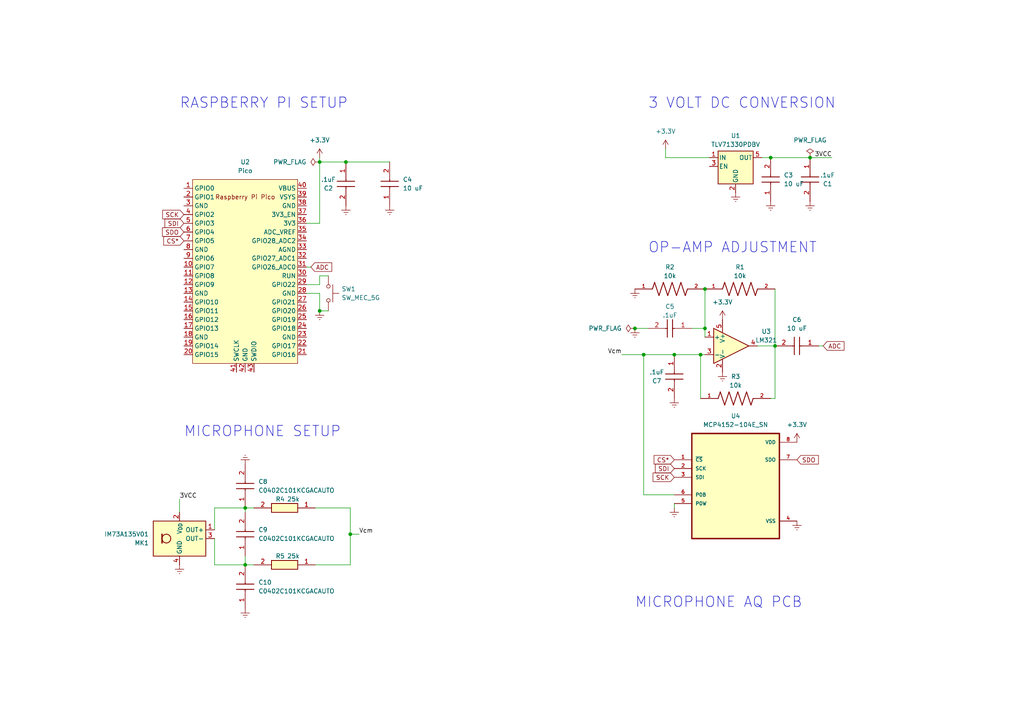
<source format=kicad_sch>
(kicad_sch (version 20230121) (generator eeschema)

  (uuid 80e54b03-9bd5-49ba-9f3a-cd97fd18cd89)

  (paper "A4")

  (title_block
    (title "MICROPHONE AQ PCB")
    (date "2024-04-18")
    (rev "1.0")
    (company "ARR_MFSIMOES")
  )

  (lib_symbols
    (symbol "Amplifier_Operational:LM321" (pin_names (offset 0.127)) (in_bom yes) (on_board yes)
      (property "Reference" "U" (at 0 7.62 0)
        (effects (font (size 1.27 1.27)) (justify left))
      )
      (property "Value" "LM321" (at 0 5.08 0)
        (effects (font (size 1.27 1.27)) (justify left))
      )
      (property "Footprint" "Package_TO_SOT_SMD:SOT-23-5" (at 0 0 0)
        (effects (font (size 1.27 1.27)) hide)
      )
      (property "Datasheet" "http://www.ti.com/lit/ds/symlink/lm321.pdf" (at 0 0 0)
        (effects (font (size 1.27 1.27)) hide)
      )
      (property "ki_keywords" "single opamp" (at 0 0 0)
        (effects (font (size 1.27 1.27)) hide)
      )
      (property "ki_description" "Low Power Single Operational Amplifier, SOT-23-5" (at 0 0 0)
        (effects (font (size 1.27 1.27)) hide)
      )
      (property "ki_fp_filters" "SOT?23*" (at 0 0 0)
        (effects (font (size 1.27 1.27)) hide)
      )
      (symbol "LM321_0_1"
        (polyline
          (pts
            (xy -5.08 5.08)
            (xy 5.08 0)
            (xy -5.08 -5.08)
            (xy -5.08 5.08)
          )
          (stroke (width 0.254) (type default))
          (fill (type background))
        )
      )
      (symbol "LM321_1_1"
        (pin input line (at -7.62 2.54 0) (length 2.54)
          (name "+" (effects (font (size 1.27 1.27))))
          (number "1" (effects (font (size 1.27 1.27))))
        )
        (pin power_in line (at -2.54 -7.62 90) (length 3.81)
          (name "V-" (effects (font (size 1.27 1.27))))
          (number "2" (effects (font (size 1.27 1.27))))
        )
        (pin input line (at -7.62 -2.54 0) (length 2.54)
          (name "-" (effects (font (size 1.27 1.27))))
          (number "3" (effects (font (size 1.27 1.27))))
        )
        (pin output line (at 7.62 0 180) (length 2.54)
          (name "~" (effects (font (size 1.27 1.27))))
          (number "4" (effects (font (size 1.27 1.27))))
        )
        (pin power_in line (at -2.54 7.62 270) (length 3.81)
          (name "V+" (effects (font (size 1.27 1.27))))
          (number "5" (effects (font (size 1.27 1.27))))
        )
      )
    )
    (symbol "C0402C101KCGACAUTO:C0402C101KCGACAUTO" (pin_names hide) (in_bom yes) (on_board yes)
      (property "Reference" "C" (at 8.89 6.35 0)
        (effects (font (size 1.27 1.27)) (justify left top))
      )
      (property "Value" "C0402C101KCGACAUTO" (at 8.89 3.81 0)
        (effects (font (size 1.27 1.27)) (justify left top))
      )
      (property "Footprint" "CAPC1005X55N" (at 8.89 -96.19 0)
        (effects (font (size 1.27 1.27)) (justify left top) hide)
      )
      (property "Datasheet" "" (at 8.89 -196.19 0)
        (effects (font (size 1.27 1.27)) (justify left top) hide)
      )
      (property "Height" "0.55" (at 8.89 -396.19 0)
        (effects (font (size 1.27 1.27)) (justify left top) hide)
      )
      (property "Mouser Part Number" "80-C0402C101KCGAUTO" (at 8.89 -496.19 0)
        (effects (font (size 1.27 1.27)) (justify left top) hide)
      )
      (property "Mouser Price/Stock" "https://www.mouser.co.uk/ProductDetail/KEMET/C0402C101KCGACAUTO?qs=1Kr7Jg1SGW8kQysZZQPmCw%3D%3D" (at 8.89 -596.19 0)
        (effects (font (size 1.27 1.27)) (justify left top) hide)
      )
      (property "Manufacturer_Name" "KEMET" (at 8.89 -696.19 0)
        (effects (font (size 1.27 1.27)) (justify left top) hide)
      )
      (property "Manufacturer_Part_Number" "C0402C101KCGACAUTO" (at 8.89 -796.19 0)
        (effects (font (size 1.27 1.27)) (justify left top) hide)
      )
      (property "ki_description" "Multilayer Ceramic Capacitors MLCC - SMD/SMT 500V 0.0001uF C0G 0402 10% AEC-Q200" (at 0 0 0)
        (effects (font (size 1.27 1.27)) hide)
      )
      (symbol "C0402C101KCGACAUTO_1_1"
        (polyline
          (pts
            (xy 5.08 0)
            (xy 5.588 0)
          )
          (stroke (width 0.254) (type default))
          (fill (type none))
        )
        (polyline
          (pts
            (xy 5.588 2.54)
            (xy 5.588 -2.54)
          )
          (stroke (width 0.254) (type default))
          (fill (type none))
        )
        (polyline
          (pts
            (xy 7.112 0)
            (xy 7.62 0)
          )
          (stroke (width 0.254) (type default))
          (fill (type none))
        )
        (polyline
          (pts
            (xy 7.112 2.54)
            (xy 7.112 -2.54)
          )
          (stroke (width 0.254) (type default))
          (fill (type none))
        )
        (pin passive line (at 0 0 0) (length 5.08)
          (name "1" (effects (font (size 1.27 1.27))))
          (number "1" (effects (font (size 1.27 1.27))))
        )
        (pin passive line (at 12.7 0 180) (length 5.08)
          (name "2" (effects (font (size 1.27 1.27))))
          (number "2" (effects (font (size 1.27 1.27))))
        )
      )
    )
    (symbol "CPF-A-0805B25KE:CPF-A-0805B25KE" (pin_names hide) (in_bom yes) (on_board yes)
      (property "Reference" "R" (at 13.97 6.35 0)
        (effects (font (size 1.27 1.27)) (justify left top))
      )
      (property "Value" "CPF-A-0805B25KE" (at 13.97 3.81 0)
        (effects (font (size 1.27 1.27)) (justify left top))
      )
      (property "Footprint" "RESC2012X65N" (at 13.97 -96.19 0)
        (effects (font (size 1.27 1.27)) (justify left top) hide)
      )
      (property "Datasheet" "https://www.te.com/commerce/DocumentDelivery/DDEController?Action=srchrtrv&DocNm=1773200-1&DocType=Data%20Sheet&DocLang=English&PartCntxt=5-2176238-6&DocFormat=pdf" (at 13.97 -196.19 0)
        (effects (font (size 1.27 1.27)) (justify left top) hide)
      )
      (property "Height" "0.65" (at 13.97 -396.19 0)
        (effects (font (size 1.27 1.27)) (justify left top) hide)
      )
      (property "Mouser Part Number" "279-CPF-A-0805B25KE" (at 13.97 -496.19 0)
        (effects (font (size 1.27 1.27)) (justify left top) hide)
      )
      (property "Mouser Price/Stock" "https://www.mouser.co.uk/ProductDetail/TE-Connectivity/CPF-A-0805B25KE/?qs=chTDxNqvsynAlZcNxUy8jg%3D%3D" (at 13.97 -596.19 0)
        (effects (font (size 1.27 1.27)) (justify left top) hide)
      )
      (property "Manufacturer_Name" "TE Connectivity" (at 13.97 -696.19 0)
        (effects (font (size 1.27 1.27)) (justify left top) hide)
      )
      (property "Manufacturer_Part_Number" "CPF-A-0805B25KE" (at 13.97 -796.19 0)
        (effects (font (size 1.27 1.27)) (justify left top) hide)
      )
      (property "ki_description" "Configuration Features: Number of Resistors 1 | Dimensions: Product Height .55 MM | Product Width 1.25 MM | Product Height .022 INCH | Product Length 2 MM | Product Length .079 INCH | Product Width .049 INCH | Electrical Characteristics: Operating Voltage 100 V | Power Rating .1 WATT | Resistance Class 1k  1M | Resistance Value 25K OHM | Passive Component Tolerance .1 PCT | Packaging Features: Packaging Method Taped & Reeled | Product Type Features: Resistor Type Precision Resistor | Package Size Cod" (at 0 0 0)
        (effects (font (size 1.27 1.27)) hide)
      )
      (symbol "CPF-A-0805B25KE_1_1"
        (rectangle (start 5.08 1.27) (end 12.7 -1.27)
          (stroke (width 0.254) (type default))
          (fill (type background))
        )
        (pin passive line (at 0 0 0) (length 5.08)
          (name "1" (effects (font (size 1.27 1.27))))
          (number "1" (effects (font (size 1.27 1.27))))
        )
        (pin passive line (at 17.78 0 180) (length 5.08)
          (name "2" (effects (font (size 1.27 1.27))))
          (number "2" (effects (font (size 1.27 1.27))))
        )
      )
    )
    (symbol "ERA-8VEB1002V:ERA-8VEB1002V" (pin_names (offset 1.016)) (in_bom yes) (on_board yes)
      (property "Reference" "R" (at -7.624 2.541 0)
        (effects (font (size 1.27 1.27)) (justify left bottom))
      )
      (property "Value" "ERA-8VEB1002V" (at -7.624 -5.087 0)
        (effects (font (size 1.27 1.27)) (justify left top))
      )
      (property "Footprint" "ERA-8VEB1002V:RES_ERA-8VEB1002V" (at 0 0 0)
        (effects (font (size 1.27 1.27)) (justify bottom) hide)
      )
      (property "Datasheet" "" (at 0 0 0)
        (effects (font (size 1.27 1.27)) hide)
      )
      (property "MF" "Panasonic" (at 0 0 0)
        (effects (font (size 1.27 1.27)) (justify bottom) hide)
      )
      (property "MAXIMUM_PACKAGE_HEIGHT" "0.6 mm" (at 0 0 0)
        (effects (font (size 1.27 1.27)) (justify bottom) hide)
      )
      (property "Package" "1206-2 Panasonic" (at 0 0 0)
        (effects (font (size 1.27 1.27)) (justify bottom) hide)
      )
      (property "Price" "None" (at 0 0 0)
        (effects (font (size 1.27 1.27)) (justify bottom) hide)
      )
      (property "Check_prices" "https://www.snapeda.com/parts/ERA-8VEB1002V/Panasonic/view-part/?ref=eda" (at 0 0 0)
        (effects (font (size 1.27 1.27)) (justify bottom) hide)
      )
      (property "STANDARD" "Manufacturer Recommendations" (at 0 0 0)
        (effects (font (size 1.27 1.27)) (justify bottom) hide)
      )
      (property "PARTREV" "3/1/2020" (at 0 0 0)
        (effects (font (size 1.27 1.27)) (justify bottom) hide)
      )
      (property "SnapEDA_Link" "https://www.snapeda.com/parts/ERA-8VEB1002V/Panasonic/view-part/?ref=snap" (at 0 0 0)
        (effects (font (size 1.27 1.27)) (justify bottom) hide)
      )
      (property "MP" "ERA-8VEB1002V" (at 0 0 0)
        (effects (font (size 1.27 1.27)) (justify bottom) hide)
      )
      (property "Purchase-URL" "https://www.snapeda.com/api/url_track_click_mouser/?unipart_id=12294744&manufacturer=Panasonic&part_name=ERA-8VEB1002V&search_term=era-8veb1002v" (at 0 0 0)
        (effects (font (size 1.27 1.27)) (justify bottom) hide)
      )
      (property "Description" "\nSeries/Type: Thin Film Chip Resistors, High Stability and Reliability Type, Power Rating (W): 0.25, Chip Size (LxW(EIA)) (mm): 3.2 x 1.6 (EIA:1206), Resistance Values (Ω): 10000, Resistance Tolerance (%): 0.1, T.C.R (×10⁻⁶/K): ±25\n" (at 0 0 0)
        (effects (font (size 1.27 1.27)) (justify bottom) hide)
      )
      (property "Availability" "In Stock" (at 0 0 0)
        (effects (font (size 1.27 1.27)) (justify bottom) hide)
      )
      (property "MANUFACTURER" "Panasonic" (at 0 0 0)
        (effects (font (size 1.27 1.27)) (justify bottom) hide)
      )
      (symbol "ERA-8VEB1002V_0_0"
        (polyline
          (pts
            (xy -5.08 0)
            (xy -4.445 1.905)
          )
          (stroke (width 0.254) (type default))
          (fill (type none))
        )
        (polyline
          (pts
            (xy -4.445 1.905)
            (xy -3.175 -1.905)
          )
          (stroke (width 0.254) (type default))
          (fill (type none))
        )
        (polyline
          (pts
            (xy -3.175 -1.905)
            (xy -1.905 1.905)
          )
          (stroke (width 0.254) (type default))
          (fill (type none))
        )
        (polyline
          (pts
            (xy -1.905 1.905)
            (xy -0.635 -1.905)
          )
          (stroke (width 0.254) (type default))
          (fill (type none))
        )
        (polyline
          (pts
            (xy -0.635 -1.905)
            (xy 0.635 1.905)
          )
          (stroke (width 0.254) (type default))
          (fill (type none))
        )
        (polyline
          (pts
            (xy 0.635 1.905)
            (xy 1.905 -1.905)
          )
          (stroke (width 0.254) (type default))
          (fill (type none))
        )
        (polyline
          (pts
            (xy 1.905 -1.905)
            (xy 3.175 1.905)
          )
          (stroke (width 0.254) (type default))
          (fill (type none))
        )
        (polyline
          (pts
            (xy 3.175 1.905)
            (xy 4.445 -1.905)
          )
          (stroke (width 0.254) (type default))
          (fill (type none))
        )
        (polyline
          (pts
            (xy 4.445 -1.905)
            (xy 5.08 0)
          )
          (stroke (width 0.254) (type default))
          (fill (type none))
        )
        (pin passive line (at -10.16 0 0) (length 5.08)
          (name "~" (effects (font (size 1.016 1.016))))
          (number "1" (effects (font (size 1.016 1.016))))
        )
        (pin passive line (at 10.16 0 180) (length 5.08)
          (name "~" (effects (font (size 1.016 1.016))))
          (number "2" (effects (font (size 1.016 1.016))))
        )
      )
    )
    (symbol "GRM022R61C104ME05L:GRM022R61C104ME05L" (pin_names hide) (in_bom yes) (on_board yes)
      (property "Reference" "C" (at 8.89 6.35 0)
        (effects (font (size 1.27 1.27)) (justify left top))
      )
      (property "Value" "GRM022R61C104ME05L" (at 8.89 3.81 0)
        (effects (font (size 1.27 1.27)) (justify left top))
      )
      (property "Footprint" "GRM022C81C222KE01L" (at 8.89 -96.19 0)
        (effects (font (size 1.27 1.27)) (justify left top) hide)
      )
      (property "Datasheet" "https://psearch.en.murata.com/capacitor/product/%23.html" (at 8.89 -196.19 0)
        (effects (font (size 1.27 1.27)) (justify left top) hide)
      )
      (property "Height" "" (at 8.89 -396.19 0)
        (effects (font (size 1.27 1.27)) (justify left top) hide)
      )
      (property "Mouser Part Number" "81-GRM022R61C104ME5L" (at 8.89 -496.19 0)
        (effects (font (size 1.27 1.27)) (justify left top) hide)
      )
      (property "Mouser Price/Stock" "https://www.mouser.co.uk/ProductDetail/Murata-Electronics/GRM022R61C104ME05L?qs=ufv2HEpFn%252BT5X2zZEFbiNQ%3D%3D" (at 8.89 -596.19 0)
        (effects (font (size 1.27 1.27)) (justify left top) hide)
      )
      (property "Manufacturer_Name" "Murata Electronics" (at 8.89 -696.19 0)
        (effects (font (size 1.27 1.27)) (justify left top) hide)
      )
      (property "Manufacturer_Part_Number" "GRM022R61C104ME05L" (at 8.89 -796.19 0)
        (effects (font (size 1.27 1.27)) (justify left top) hide)
      )
      (property "ki_description" "Multilayer Ceramic Capacitors MLCC - SMD/SMT 01005 16VDC  0.1 F 20  X5R" (at 0 0 0)
        (effects (font (size 1.27 1.27)) hide)
      )
      (symbol "GRM022R61C104ME05L_1_1"
        (polyline
          (pts
            (xy 5.08 0)
            (xy 5.588 0)
          )
          (stroke (width 0.254) (type default))
          (fill (type none))
        )
        (polyline
          (pts
            (xy 5.588 2.54)
            (xy 5.588 -2.54)
          )
          (stroke (width 0.254) (type default))
          (fill (type none))
        )
        (polyline
          (pts
            (xy 7.112 0)
            (xy 7.62 0)
          )
          (stroke (width 0.254) (type default))
          (fill (type none))
        )
        (polyline
          (pts
            (xy 7.112 2.54)
            (xy 7.112 -2.54)
          )
          (stroke (width 0.254) (type default))
          (fill (type none))
        )
        (pin passive line (at 0 0 0) (length 5.08)
          (name "1" (effects (font (size 1.27 1.27))))
          (number "1" (effects (font (size 1.27 1.27))))
        )
        (pin passive line (at 12.7 0 180) (length 5.08)
          (name "2" (effects (font (size 1.27 1.27))))
          (number "2" (effects (font (size 1.27 1.27))))
        )
      )
    )
    (symbol "GRT155R61A106ME13J:GRT155R61A106ME13J" (pin_names hide) (in_bom yes) (on_board yes)
      (property "Reference" "C" (at 8.89 6.35 0)
        (effects (font (size 1.27 1.27)) (justify left top))
      )
      (property "Value" "GRT155R61A106ME13J" (at 8.89 3.81 0)
        (effects (font (size 1.27 1.27)) (justify left top))
      )
      (property "Footprint" "CAPC1005X70N" (at 8.89 -96.19 0)
        (effects (font (size 1.27 1.27)) (justify left top) hide)
      )
      (property "Datasheet" "https://www.murata.com/en-global/api/pdfdownloadapi?cate=luCeramicCapacitorsSMD&partno=GRT155R61A106ME13%23" (at 8.89 -196.19 0)
        (effects (font (size 1.27 1.27)) (justify left top) hide)
      )
      (property "Height" "0.7" (at 8.89 -396.19 0)
        (effects (font (size 1.27 1.27)) (justify left top) hide)
      )
      (property "Mouser Part Number" "81-GRT155R61A16ME13J" (at 8.89 -496.19 0)
        (effects (font (size 1.27 1.27)) (justify left top) hide)
      )
      (property "Mouser Price/Stock" "https://www.mouser.co.uk/ProductDetail/Murata-Electronics/GRT155R61A106ME13J?qs=ulEaXIWI0c9RhX1WjOC5Jg%3D%3D" (at 8.89 -596.19 0)
        (effects (font (size 1.27 1.27)) (justify left top) hide)
      )
      (property "Manufacturer_Name" "Murata Electronics" (at 8.89 -696.19 0)
        (effects (font (size 1.27 1.27)) (justify left top) hide)
      )
      (property "Manufacturer_Part_Number" "GRT155R61A106ME13J" (at 8.89 -796.19 0)
        (effects (font (size 1.27 1.27)) (justify left top) hide)
      )
      (property "ki_description" "10 F +/-20% 10V Ceramic Capacitor X5R 0402 (1005 Metric)" (at 0 0 0)
        (effects (font (size 1.27 1.27)) hide)
      )
      (symbol "GRT155R61A106ME13J_1_1"
        (polyline
          (pts
            (xy 5.08 0)
            (xy 5.588 0)
          )
          (stroke (width 0.254) (type default))
          (fill (type none))
        )
        (polyline
          (pts
            (xy 5.588 2.54)
            (xy 5.588 -2.54)
          )
          (stroke (width 0.254) (type default))
          (fill (type none))
        )
        (polyline
          (pts
            (xy 7.112 0)
            (xy 7.62 0)
          )
          (stroke (width 0.254) (type default))
          (fill (type none))
        )
        (polyline
          (pts
            (xy 7.112 2.54)
            (xy 7.112 -2.54)
          )
          (stroke (width 0.254) (type default))
          (fill (type none))
        )
        (pin passive line (at 0 0 0) (length 5.08)
          (name "1" (effects (font (size 1.27 1.27))))
          (number "1" (effects (font (size 1.27 1.27))))
        )
        (pin passive line (at 12.7 0 180) (length 5.08)
          (name "2" (effects (font (size 1.27 1.27))))
          (number "2" (effects (font (size 1.27 1.27))))
        )
      )
    )
    (symbol "MCP4152-104E_SN:MCP4152-104E_SN" (pin_names (offset 1.016)) (in_bom yes) (on_board yes)
      (property "Reference" "U" (at -12.7 16.24 0)
        (effects (font (size 1.27 1.27)) (justify left bottom))
      )
      (property "Value" "MCP4152-104E_SN" (at -12.7 -19.24 0)
        (effects (font (size 1.27 1.27)) (justify left bottom))
      )
      (property "Footprint" "MCP4152-104E_SN:SOIC127P599X175-8N" (at 0 0 0)
        (effects (font (size 1.27 1.27)) (justify bottom) hide)
      )
      (property "Datasheet" "" (at 0 0 0)
        (effects (font (size 1.27 1.27)) hide)
      )
      (property "MF" "Microchip" (at 0 0 0)
        (effects (font (size 1.27 1.27)) (justify bottom) hide)
      )
      (property "Description" "\nMCP4152-104E/SN,Digi Potentiometer 100kOhm 257-Pos Linear Serial-SPI 8-Pin SOIC | Microchip Technology Inc. MCP4152-104E/SN\n" (at 0 0 0)
        (effects (font (size 1.27 1.27)) (justify bottom) hide)
      )
      (property "Package" "SOIC-8 Microchip" (at 0 0 0)
        (effects (font (size 1.27 1.27)) (justify bottom) hide)
      )
      (property "Price" "None" (at 0 0 0)
        (effects (font (size 1.27 1.27)) (justify bottom) hide)
      )
      (property "SnapEDA_Link" "https://www.snapeda.com/parts/MCP4152-104E/SN/Microchip/view-part/?ref=snap" (at 0 0 0)
        (effects (font (size 1.27 1.27)) (justify bottom) hide)
      )
      (property "MP" "MCP4152-104E/SN" (at 0 0 0)
        (effects (font (size 1.27 1.27)) (justify bottom) hide)
      )
      (property "Availability" "In Stock" (at 0 0 0)
        (effects (font (size 1.27 1.27)) (justify bottom) hide)
      )
      (property "Check_prices" "https://www.snapeda.com/parts/MCP4152-104E/SN/Microchip/view-part/?ref=eda" (at 0 0 0)
        (effects (font (size 1.27 1.27)) (justify bottom) hide)
      )
      (symbol "MCP4152-104E_SN_0_0"
        (rectangle (start -12.7 -15.24) (end 12.7 15.24)
          (stroke (width 0.41) (type default))
          (fill (type background))
        )
        (pin input line (at -17.78 7.62 0) (length 5.08)
          (name "~{CS}" (effects (font (size 1.016 1.016))))
          (number "1" (effects (font (size 1.016 1.016))))
        )
        (pin input line (at -17.78 5.08 0) (length 5.08)
          (name "SCK" (effects (font (size 1.016 1.016))))
          (number "2" (effects (font (size 1.016 1.016))))
        )
        (pin input line (at -17.78 2.54 0) (length 5.08)
          (name "SDI" (effects (font (size 1.016 1.016))))
          (number "3" (effects (font (size 1.016 1.016))))
        )
        (pin power_in line (at 17.78 -10.16 180) (length 5.08)
          (name "VSS" (effects (font (size 1.016 1.016))))
          (number "4" (effects (font (size 1.016 1.016))))
        )
        (pin bidirectional line (at -17.78 -5.08 0) (length 5.08)
          (name "P0W" (effects (font (size 1.016 1.016))))
          (number "5" (effects (font (size 1.016 1.016))))
        )
        (pin bidirectional line (at -17.78 -2.54 0) (length 5.08)
          (name "P0B" (effects (font (size 1.016 1.016))))
          (number "6" (effects (font (size 1.016 1.016))))
        )
        (pin output line (at 17.78 7.62 180) (length 5.08)
          (name "SDO" (effects (font (size 1.016 1.016))))
          (number "7" (effects (font (size 1.016 1.016))))
        )
        (pin power_in line (at 17.78 12.7 180) (length 5.08)
          (name "VDD" (effects (font (size 1.016 1.016))))
          (number "8" (effects (font (size 1.016 1.016))))
        )
      )
    )
    (symbol "Regulator_Linear:TLV71330PDBV" (pin_names (offset 0.254)) (in_bom yes) (on_board yes)
      (property "Reference" "U" (at -3.81 5.715 0)
        (effects (font (size 1.27 1.27)))
      )
      (property "Value" "TLV71330PDBV" (at 0 5.715 0)
        (effects (font (size 1.27 1.27)) (justify left))
      )
      (property "Footprint" "Package_TO_SOT_SMD:SOT-23-5" (at 0 8.255 0)
        (effects (font (size 1.27 1.27) italic) hide)
      )
      (property "Datasheet" "http://www.ti.com/lit/ds/symlink/tlv713p.pdf" (at 0 1.27 0)
        (effects (font (size 1.27 1.27)) hide)
      )
      (property "ki_keywords" "LDO Regulator Fixed Positive" (at 0 0 0)
        (effects (font (size 1.27 1.27)) hide)
      )
      (property "ki_description" "150mA Low Dropout Voltage Regulator, Fixed Output 3.0V, SOT-23-5" (at 0 0 0)
        (effects (font (size 1.27 1.27)) hide)
      )
      (property "ki_fp_filters" "SOT?23*" (at 0 0 0)
        (effects (font (size 1.27 1.27)) hide)
      )
      (symbol "TLV71330PDBV_0_1"
        (rectangle (start -5.08 4.445) (end 5.08 -5.08)
          (stroke (width 0.254) (type default))
          (fill (type background))
        )
      )
      (symbol "TLV71330PDBV_1_1"
        (pin power_in line (at -7.62 2.54 0) (length 2.54)
          (name "IN" (effects (font (size 1.27 1.27))))
          (number "1" (effects (font (size 1.27 1.27))))
        )
        (pin power_in line (at 0 -7.62 90) (length 2.54)
          (name "GND" (effects (font (size 1.27 1.27))))
          (number "2" (effects (font (size 1.27 1.27))))
        )
        (pin input line (at -7.62 0 0) (length 2.54)
          (name "EN" (effects (font (size 1.27 1.27))))
          (number "3" (effects (font (size 1.27 1.27))))
        )
        (pin no_connect line (at 5.08 0 180) (length 2.54) hide
          (name "NC" (effects (font (size 1.27 1.27))))
          (number "4" (effects (font (size 1.27 1.27))))
        )
        (pin power_out line (at 7.62 2.54 180) (length 2.54)
          (name "OUT" (effects (font (size 1.27 1.27))))
          (number "5" (effects (font (size 1.27 1.27))))
        )
      )
    )
    (symbol "Sensor_Audio:IM73A135V01" (in_bom yes) (on_board yes)
      (property "Reference" "MK" (at 5.08 6.35 0)
        (effects (font (size 1.27 1.27)))
      )
      (property "Value" "IM73A135V01" (at 11.43 -6.35 0)
        (effects (font (size 1.27 1.27)))
      )
      (property "Footprint" "Sensor_Audio:Infineon_PG-LLGA-5-2" (at 0 19.05 0)
        (effects (font (size 1.27 1.27)) hide)
      )
      (property "Datasheet" "https://www.infineon.com/dgdl/Infineon-IM73A135-DataSheet-v01_00-EN.pdf?fileId=8ac78c8c7f2a768a017fadec36b84500" (at 0 -17.78 0)
        (effects (font (size 1.27 1.27)) hide)
      )
      (property "ki_keywords" "Microphone MEMS analog" (at 0 0 0)
        (effects (font (size 1.27 1.27)) hide)
      )
      (property "ki_description" "IP57 Water and Dust Resistant, Differential MEMS Microphone, 135dBSPL AOP, 73dB SNR, PG-LLGA-5-2" (at 0 0 0)
        (effects (font (size 1.27 1.27)) hide)
      )
      (property "ki_fp_filters" "Infineon*PG*LLGA*" (at 0 0 0)
        (effects (font (size 1.27 1.27)) hide)
      )
      (symbol "IM73A135V01_1_1"
        (rectangle (start -7.62 5.08) (end 7.62 -5.08)
          (stroke (width 0.254) (type default))
          (fill (type background))
        )
        (circle (center -3.81 0) (radius 1.27)
          (stroke (width 0.254) (type default))
          (fill (type none))
        )
        (polyline
          (pts
            (xy -5.08 1.27)
            (xy -5.08 -1.27)
          )
          (stroke (width 0.381) (type default))
          (fill (type none))
        )
        (pin output line (at 10.16 2.54 180) (length 2.54)
          (name "OUT+" (effects (font (size 1.27 1.27))))
          (number "1" (effects (font (size 1.27 1.27))))
        )
        (pin power_in line (at 0 7.62 270) (length 2.54)
          (name "V_{DD}" (effects (font (size 1.27 1.27))))
          (number "2" (effects (font (size 1.27 1.27))))
        )
        (pin output line (at 10.16 0 180) (length 2.54)
          (name "OUT-" (effects (font (size 1.27 1.27))))
          (number "3" (effects (font (size 1.27 1.27))))
        )
        (pin power_in line (at 0 -7.62 90) (length 2.54)
          (name "GND" (effects (font (size 1.27 1.27))))
          (number "4" (effects (font (size 1.27 1.27))))
        )
        (pin passive line (at 0 -7.62 90) (length 2.54) hide
          (name "GND" (effects (font (size 1.27 1.27))))
          (number "5" (effects (font (size 1.27 1.27))))
        )
      )
    )
    (symbol "Switch:SW_MEC_5G" (pin_numbers hide) (pin_names (offset 1.016) hide) (in_bom yes) (on_board yes)
      (property "Reference" "SW" (at 1.27 2.54 0)
        (effects (font (size 1.27 1.27)) (justify left))
      )
      (property "Value" "SW_MEC_5G" (at 0 -1.524 0)
        (effects (font (size 1.27 1.27)))
      )
      (property "Footprint" "" (at 0 5.08 0)
        (effects (font (size 1.27 1.27)) hide)
      )
      (property "Datasheet" "http://www.apem.com/int/index.php?controller=attachment&id_attachment=488" (at 0 5.08 0)
        (effects (font (size 1.27 1.27)) hide)
      )
      (property "ki_keywords" "switch normally-open pushbutton push-button" (at 0 0 0)
        (effects (font (size 1.27 1.27)) hide)
      )
      (property "ki_description" "MEC 5G single pole normally-open tactile switch" (at 0 0 0)
        (effects (font (size 1.27 1.27)) hide)
      )
      (property "ki_fp_filters" "SW*MEC*5G*" (at 0 0 0)
        (effects (font (size 1.27 1.27)) hide)
      )
      (symbol "SW_MEC_5G_0_1"
        (circle (center -2.032 0) (radius 0.508)
          (stroke (width 0) (type default))
          (fill (type none))
        )
        (polyline
          (pts
            (xy 0 1.27)
            (xy 0 3.048)
          )
          (stroke (width 0) (type default))
          (fill (type none))
        )
        (polyline
          (pts
            (xy 2.54 1.27)
            (xy -2.54 1.27)
          )
          (stroke (width 0) (type default))
          (fill (type none))
        )
        (circle (center 2.032 0) (radius 0.508)
          (stroke (width 0) (type default))
          (fill (type none))
        )
        (pin passive line (at -5.08 0 0) (length 2.54)
          (name "A" (effects (font (size 1.27 1.27))))
          (number "1" (effects (font (size 1.27 1.27))))
        )
        (pin passive line (at 5.08 0 180) (length 2.54)
          (name "B" (effects (font (size 1.27 1.27))))
          (number "3" (effects (font (size 1.27 1.27))))
        )
      )
      (symbol "SW_MEC_5G_1_1"
        (pin passive line (at -5.08 0 0) (length 2.54) hide
          (name "A" (effects (font (size 1.27 1.27))))
          (number "2" (effects (font (size 1.27 1.27))))
        )
        (pin passive line (at 5.08 0 180) (length 2.54) hide
          (name "B" (effects (font (size 1.27 1.27))))
          (number "4" (effects (font (size 1.27 1.27))))
        )
      )
    )
    (symbol "added:Pico" (in_bom yes) (on_board yes)
      (property "Reference" "U" (at -13.97 27.94 0)
        (effects (font (size 1.27 1.27)))
      )
      (property "Value" "Pico" (at 0 19.05 0)
        (effects (font (size 1.27 1.27)))
      )
      (property "Footprint" "RPi_Pico:RPi_Pico_SMD_TH" (at 0 0 90)
        (effects (font (size 1.27 1.27)) hide)
      )
      (property "Datasheet" "" (at 0 0 0)
        (effects (font (size 1.27 1.27)) hide)
      )
      (symbol "Pico_0_0"
        (text "Raspberry Pi Pico" (at 0 21.59 0)
          (effects (font (size 1.27 1.27)))
        )
      )
      (symbol "Pico_0_1"
        (rectangle (start -15.24 26.67) (end 15.24 -26.67)
          (stroke (width 0) (type default))
          (fill (type background))
        )
      )
      (symbol "Pico_1_1"
        (pin bidirectional line (at -17.78 24.13 0) (length 2.54)
          (name "GPIO0" (effects (font (size 1.27 1.27))))
          (number "1" (effects (font (size 1.27 1.27))))
        )
        (pin bidirectional line (at -17.78 1.27 0) (length 2.54)
          (name "GPIO7" (effects (font (size 1.27 1.27))))
          (number "10" (effects (font (size 1.27 1.27))))
        )
        (pin bidirectional line (at -17.78 -1.27 0) (length 2.54)
          (name "GPIO8" (effects (font (size 1.27 1.27))))
          (number "11" (effects (font (size 1.27 1.27))))
        )
        (pin bidirectional line (at -17.78 -3.81 0) (length 2.54)
          (name "GPIO9" (effects (font (size 1.27 1.27))))
          (number "12" (effects (font (size 1.27 1.27))))
        )
        (pin power_in line (at -17.78 -6.35 0) (length 2.54)
          (name "GND" (effects (font (size 1.27 1.27))))
          (number "13" (effects (font (size 1.27 1.27))))
        )
        (pin bidirectional line (at -17.78 -8.89 0) (length 2.54)
          (name "GPIO10" (effects (font (size 1.27 1.27))))
          (number "14" (effects (font (size 1.27 1.27))))
        )
        (pin bidirectional line (at -17.78 -11.43 0) (length 2.54)
          (name "GPIO11" (effects (font (size 1.27 1.27))))
          (number "15" (effects (font (size 1.27 1.27))))
        )
        (pin bidirectional line (at -17.78 -13.97 0) (length 2.54)
          (name "GPIO12" (effects (font (size 1.27 1.27))))
          (number "16" (effects (font (size 1.27 1.27))))
        )
        (pin bidirectional line (at -17.78 -16.51 0) (length 2.54)
          (name "GPIO13" (effects (font (size 1.27 1.27))))
          (number "17" (effects (font (size 1.27 1.27))))
        )
        (pin power_in line (at -17.78 -19.05 0) (length 2.54)
          (name "GND" (effects (font (size 1.27 1.27))))
          (number "18" (effects (font (size 1.27 1.27))))
        )
        (pin bidirectional line (at -17.78 -21.59 0) (length 2.54)
          (name "GPIO14" (effects (font (size 1.27 1.27))))
          (number "19" (effects (font (size 1.27 1.27))))
        )
        (pin bidirectional line (at -17.78 21.59 0) (length 2.54)
          (name "GPIO1" (effects (font (size 1.27 1.27))))
          (number "2" (effects (font (size 1.27 1.27))))
        )
        (pin bidirectional line (at -17.78 -24.13 0) (length 2.54)
          (name "GPIO15" (effects (font (size 1.27 1.27))))
          (number "20" (effects (font (size 1.27 1.27))))
        )
        (pin bidirectional line (at 17.78 -24.13 180) (length 2.54)
          (name "GPIO16" (effects (font (size 1.27 1.27))))
          (number "21" (effects (font (size 1.27 1.27))))
        )
        (pin bidirectional line (at 17.78 -21.59 180) (length 2.54)
          (name "GPIO17" (effects (font (size 1.27 1.27))))
          (number "22" (effects (font (size 1.27 1.27))))
        )
        (pin power_in line (at 17.78 -19.05 180) (length 2.54)
          (name "GND" (effects (font (size 1.27 1.27))))
          (number "23" (effects (font (size 1.27 1.27))))
        )
        (pin bidirectional line (at 17.78 -16.51 180) (length 2.54)
          (name "GPIO18" (effects (font (size 1.27 1.27))))
          (number "24" (effects (font (size 1.27 1.27))))
        )
        (pin bidirectional line (at 17.78 -13.97 180) (length 2.54)
          (name "GPIO19" (effects (font (size 1.27 1.27))))
          (number "25" (effects (font (size 1.27 1.27))))
        )
        (pin bidirectional line (at 17.78 -11.43 180) (length 2.54)
          (name "GPIO20" (effects (font (size 1.27 1.27))))
          (number "26" (effects (font (size 1.27 1.27))))
        )
        (pin bidirectional line (at 17.78 -8.89 180) (length 2.54)
          (name "GPIO21" (effects (font (size 1.27 1.27))))
          (number "27" (effects (font (size 1.27 1.27))))
        )
        (pin power_in line (at 17.78 -6.35 180) (length 2.54)
          (name "GND" (effects (font (size 1.27 1.27))))
          (number "28" (effects (font (size 1.27 1.27))))
        )
        (pin bidirectional line (at 17.78 -3.81 180) (length 2.54)
          (name "GPIO22" (effects (font (size 1.27 1.27))))
          (number "29" (effects (font (size 1.27 1.27))))
        )
        (pin power_in line (at -17.78 19.05 0) (length 2.54)
          (name "GND" (effects (font (size 1.27 1.27))))
          (number "3" (effects (font (size 1.27 1.27))))
        )
        (pin input line (at 17.78 -1.27 180) (length 2.54)
          (name "RUN" (effects (font (size 1.27 1.27))))
          (number "30" (effects (font (size 1.27 1.27))))
        )
        (pin bidirectional line (at 17.78 1.27 180) (length 2.54)
          (name "GPIO26_ADC0" (effects (font (size 1.27 1.27))))
          (number "31" (effects (font (size 1.27 1.27))))
        )
        (pin bidirectional line (at 17.78 3.81 180) (length 2.54)
          (name "GPIO27_ADC1" (effects (font (size 1.27 1.27))))
          (number "32" (effects (font (size 1.27 1.27))))
        )
        (pin power_in line (at 17.78 6.35 180) (length 2.54)
          (name "AGND" (effects (font (size 1.27 1.27))))
          (number "33" (effects (font (size 1.27 1.27))))
        )
        (pin bidirectional line (at 17.78 8.89 180) (length 2.54)
          (name "GPIO28_ADC2" (effects (font (size 1.27 1.27))))
          (number "34" (effects (font (size 1.27 1.27))))
        )
        (pin power_in line (at 17.78 11.43 180) (length 2.54)
          (name "ADC_VREF" (effects (font (size 1.27 1.27))))
          (number "35" (effects (font (size 1.27 1.27))))
        )
        (pin power_in line (at 17.78 13.97 180) (length 2.54)
          (name "3V3" (effects (font (size 1.27 1.27))))
          (number "36" (effects (font (size 1.27 1.27))))
        )
        (pin input line (at 17.78 16.51 180) (length 2.54)
          (name "3V3_EN" (effects (font (size 1.27 1.27))))
          (number "37" (effects (font (size 1.27 1.27))))
        )
        (pin bidirectional line (at 17.78 19.05 180) (length 2.54)
          (name "GND" (effects (font (size 1.27 1.27))))
          (number "38" (effects (font (size 1.27 1.27))))
        )
        (pin power_in line (at 17.78 21.59 180) (length 2.54)
          (name "VSYS" (effects (font (size 1.27 1.27))))
          (number "39" (effects (font (size 1.27 1.27))))
        )
        (pin bidirectional line (at -17.78 16.51 0) (length 2.54)
          (name "GPIO2" (effects (font (size 1.27 1.27))))
          (number "4" (effects (font (size 1.27 1.27))))
        )
        (pin power_in line (at 17.78 24.13 180) (length 2.54)
          (name "VBUS" (effects (font (size 1.27 1.27))))
          (number "40" (effects (font (size 1.27 1.27))))
        )
        (pin input line (at -2.54 -29.21 90) (length 2.54)
          (name "SWCLK" (effects (font (size 1.27 1.27))))
          (number "41" (effects (font (size 1.27 1.27))))
        )
        (pin power_in line (at 0 -29.21 90) (length 2.54)
          (name "GND" (effects (font (size 1.27 1.27))))
          (number "42" (effects (font (size 1.27 1.27))))
        )
        (pin bidirectional line (at 2.54 -29.21 90) (length 2.54)
          (name "SWDIO" (effects (font (size 1.27 1.27))))
          (number "43" (effects (font (size 1.27 1.27))))
        )
        (pin bidirectional line (at -17.78 13.97 0) (length 2.54)
          (name "GPIO3" (effects (font (size 1.27 1.27))))
          (number "5" (effects (font (size 1.27 1.27))))
        )
        (pin bidirectional line (at -17.78 11.43 0) (length 2.54)
          (name "GPIO4" (effects (font (size 1.27 1.27))))
          (number "6" (effects (font (size 1.27 1.27))))
        )
        (pin bidirectional line (at -17.78 8.89 0) (length 2.54)
          (name "GPIO5" (effects (font (size 1.27 1.27))))
          (number "7" (effects (font (size 1.27 1.27))))
        )
        (pin power_in line (at -17.78 6.35 0) (length 2.54)
          (name "GND" (effects (font (size 1.27 1.27))))
          (number "8" (effects (font (size 1.27 1.27))))
        )
        (pin bidirectional line (at -17.78 3.81 0) (length 2.54)
          (name "GPIO6" (effects (font (size 1.27 1.27))))
          (number "9" (effects (font (size 1.27 1.27))))
        )
      )
    )
    (symbol "power:+3.3V" (power) (pin_names (offset 0)) (in_bom yes) (on_board yes)
      (property "Reference" "#PWR" (at 0 -3.81 0)
        (effects (font (size 1.27 1.27)) hide)
      )
      (property "Value" "+3.3V" (at 0 3.556 0)
        (effects (font (size 1.27 1.27)))
      )
      (property "Footprint" "" (at 0 0 0)
        (effects (font (size 1.27 1.27)) hide)
      )
      (property "Datasheet" "" (at 0 0 0)
        (effects (font (size 1.27 1.27)) hide)
      )
      (property "ki_keywords" "global power" (at 0 0 0)
        (effects (font (size 1.27 1.27)) hide)
      )
      (property "ki_description" "Power symbol creates a global label with name \"+3.3V\"" (at 0 0 0)
        (effects (font (size 1.27 1.27)) hide)
      )
      (symbol "+3.3V_0_1"
        (polyline
          (pts
            (xy -0.762 1.27)
            (xy 0 2.54)
          )
          (stroke (width 0) (type default))
          (fill (type none))
        )
        (polyline
          (pts
            (xy 0 0)
            (xy 0 2.54)
          )
          (stroke (width 0) (type default))
          (fill (type none))
        )
        (polyline
          (pts
            (xy 0 2.54)
            (xy 0.762 1.27)
          )
          (stroke (width 0) (type default))
          (fill (type none))
        )
      )
      (symbol "+3.3V_1_1"
        (pin power_in line (at 0 0 90) (length 0) hide
          (name "+3.3V" (effects (font (size 1.27 1.27))))
          (number "1" (effects (font (size 1.27 1.27))))
        )
      )
    )
    (symbol "power:Earth" (power) (pin_names (offset 0)) (in_bom yes) (on_board yes)
      (property "Reference" "#PWR" (at 0 -6.35 0)
        (effects (font (size 1.27 1.27)) hide)
      )
      (property "Value" "Earth" (at 0 -3.81 0)
        (effects (font (size 1.27 1.27)) hide)
      )
      (property "Footprint" "" (at 0 0 0)
        (effects (font (size 1.27 1.27)) hide)
      )
      (property "Datasheet" "~" (at 0 0 0)
        (effects (font (size 1.27 1.27)) hide)
      )
      (property "ki_keywords" "global ground gnd" (at 0 0 0)
        (effects (font (size 1.27 1.27)) hide)
      )
      (property "ki_description" "Power symbol creates a global label with name \"Earth\"" (at 0 0 0)
        (effects (font (size 1.27 1.27)) hide)
      )
      (symbol "Earth_0_1"
        (polyline
          (pts
            (xy -0.635 -1.905)
            (xy 0.635 -1.905)
          )
          (stroke (width 0) (type default))
          (fill (type none))
        )
        (polyline
          (pts
            (xy -0.127 -2.54)
            (xy 0.127 -2.54)
          )
          (stroke (width 0) (type default))
          (fill (type none))
        )
        (polyline
          (pts
            (xy 0 -1.27)
            (xy 0 0)
          )
          (stroke (width 0) (type default))
          (fill (type none))
        )
        (polyline
          (pts
            (xy 1.27 -1.27)
            (xy -1.27 -1.27)
          )
          (stroke (width 0) (type default))
          (fill (type none))
        )
      )
      (symbol "Earth_1_1"
        (pin power_in line (at 0 0 270) (length 0) hide
          (name "Earth" (effects (font (size 1.27 1.27))))
          (number "1" (effects (font (size 1.27 1.27))))
        )
      )
    )
    (symbol "power:PWR_FLAG" (power) (pin_numbers hide) (pin_names (offset 0) hide) (in_bom yes) (on_board yes)
      (property "Reference" "#FLG" (at 0 1.905 0)
        (effects (font (size 1.27 1.27)) hide)
      )
      (property "Value" "PWR_FLAG" (at 0 3.81 0)
        (effects (font (size 1.27 1.27)))
      )
      (property "Footprint" "" (at 0 0 0)
        (effects (font (size 1.27 1.27)) hide)
      )
      (property "Datasheet" "~" (at 0 0 0)
        (effects (font (size 1.27 1.27)) hide)
      )
      (property "ki_keywords" "flag power" (at 0 0 0)
        (effects (font (size 1.27 1.27)) hide)
      )
      (property "ki_description" "Special symbol for telling ERC where power comes from" (at 0 0 0)
        (effects (font (size 1.27 1.27)) hide)
      )
      (symbol "PWR_FLAG_0_0"
        (pin power_out line (at 0 0 90) (length 0)
          (name "pwr" (effects (font (size 1.27 1.27))))
          (number "1" (effects (font (size 1.27 1.27))))
        )
      )
      (symbol "PWR_FLAG_0_1"
        (polyline
          (pts
            (xy 0 0)
            (xy 0 1.27)
            (xy -1.016 1.905)
            (xy 0 2.54)
            (xy 1.016 1.905)
            (xy 0 1.27)
          )
          (stroke (width 0) (type default))
          (fill (type none))
        )
      )
    )
  )

  (junction (at 203.2 102.87) (diameter 0) (color 0 0 0 0)
    (uuid 05963551-2ee9-4b0b-8673-bea2021fd1c5)
  )
  (junction (at 92.71 46.99) (diameter 0) (color 0 0 0 0)
    (uuid 11187a3a-94c6-4009-8cb2-f1bab9d477c2)
  )
  (junction (at 204.47 83.82) (diameter 0) (color 0 0 0 0)
    (uuid 456e75f1-80a2-4a4f-9978-4c6533c36035)
  )
  (junction (at 224.79 100.33) (diameter 0) (color 0 0 0 0)
    (uuid 5e10c714-e620-4d32-9844-a39baa0a95c6)
  )
  (junction (at 100.33 46.99) (diameter 0) (color 0 0 0 0)
    (uuid 67853c20-fd84-442a-8746-fef49d926f33)
  )
  (junction (at 186.69 102.87) (diameter 0) (color 0 0 0 0)
    (uuid 72afaf4e-a45c-4500-9f3f-12029c0fb21e)
  )
  (junction (at 71.12 163.83) (diameter 0) (color 0 0 0 0)
    (uuid 78c35ba3-aa43-4edd-a787-b2b79f58f998)
  )
  (junction (at 223.52 45.72) (diameter 0) (color 0 0 0 0)
    (uuid 936b1658-d964-4615-8d6c-ce693a87e014)
  )
  (junction (at 184.15 95.25) (diameter 0) (color 0 0 0 0)
    (uuid 9749b455-aad0-4549-a64b-f2a11dc9d349)
  )
  (junction (at 101.6 154.94) (diameter 0) (color 0 0 0 0)
    (uuid 99bb31a8-3ebf-41a4-8919-9e77a4be6cd0)
  )
  (junction (at 195.58 102.87) (diameter 0) (color 0 0 0 0)
    (uuid 99f41fb8-53cc-4bb6-93ea-85e8e7304fc1)
  )
  (junction (at 204.47 95.25) (diameter 0) (color 0 0 0 0)
    (uuid ba0c3ecc-0923-41b4-b41e-54cee47201fd)
  )
  (junction (at 71.12 147.32) (diameter 0) (color 0 0 0 0)
    (uuid c21efce4-2684-42b7-b5b6-f95cb2686443)
  )
  (junction (at 234.95 45.72) (diameter 0) (color 0 0 0 0)
    (uuid ca4d012d-a1fd-48ac-81f5-a25c9fa3ca17)
  )
  (junction (at 92.71 90.17) (diameter 0) (color 0 0 0 0)
    (uuid f7caf949-0ec6-4abf-afc7-e2eff60c3e2d)
  )

  (wire (pts (xy 100.33 46.99) (xy 113.03 46.99))
    (stroke (width 0) (type default))
    (uuid 009d4231-06ac-48c4-b00c-fd8c2eb17f18)
  )
  (wire (pts (xy 220.98 45.72) (xy 223.52 45.72))
    (stroke (width 0) (type default))
    (uuid 04662771-14dc-4c18-93f1-25539b945339)
  )
  (wire (pts (xy 88.9 64.77) (xy 92.71 64.77))
    (stroke (width 0) (type default))
    (uuid 04d49f6b-a7f4-421a-bd6a-9f9b5b0419da)
  )
  (wire (pts (xy 92.71 46.99) (xy 92.71 64.77))
    (stroke (width 0) (type default))
    (uuid 1d361721-cbe3-4b15-a90d-079aac4d429c)
  )
  (wire (pts (xy 101.6 147.32) (xy 101.6 154.94))
    (stroke (width 0) (type default))
    (uuid 249b265e-1f52-455d-b148-fa2485c995c0)
  )
  (wire (pts (xy 186.69 102.87) (xy 195.58 102.87))
    (stroke (width 0) (type default))
    (uuid 338b8884-a7d2-465b-80f9-7ba8f902b63f)
  )
  (wire (pts (xy 92.71 90.17) (xy 92.71 85.09))
    (stroke (width 0) (type default))
    (uuid 34b06bac-8e55-4cfc-8aed-76a641ee0abe)
  )
  (wire (pts (xy 184.15 95.25) (xy 187.96 95.25))
    (stroke (width 0) (type default))
    (uuid 37731c5d-aeb4-463b-9206-7f46b1171ed1)
  )
  (wire (pts (xy 234.95 45.72) (xy 241.3 45.72))
    (stroke (width 0) (type default))
    (uuid 41619353-1b98-4427-825c-b38fad9ab471)
  )
  (wire (pts (xy 224.79 100.33) (xy 219.71 100.33))
    (stroke (width 0) (type default))
    (uuid 4b08c8ca-3418-4a88-bac2-9a4692be0190)
  )
  (wire (pts (xy 95.25 90.17) (xy 92.71 90.17))
    (stroke (width 0) (type default))
    (uuid 4e5491d5-7907-4e12-9a0e-889de8263c35)
  )
  (wire (pts (xy 101.6 154.94) (xy 104.14 154.94))
    (stroke (width 0) (type default))
    (uuid 59d0ddd0-f230-4cca-8e46-723f243371c4)
  )
  (wire (pts (xy 88.9 77.47) (xy 90.17 77.47))
    (stroke (width 0) (type default))
    (uuid 5ba7563d-2bf0-4ff7-9977-3ac1f60545fc)
  )
  (wire (pts (xy 204.47 83.82) (xy 204.47 95.25))
    (stroke (width 0) (type default))
    (uuid 5fba95e6-e59f-4ec9-9af2-f41592b69bbe)
  )
  (wire (pts (xy 88.9 82.55) (xy 92.71 82.55))
    (stroke (width 0) (type default))
    (uuid 66df9b96-cc82-43f4-be3f-85754fe2272c)
  )
  (wire (pts (xy 62.23 147.32) (xy 62.23 153.67))
    (stroke (width 0) (type default))
    (uuid 7743288c-1014-41af-8918-c1b6849d9642)
  )
  (wire (pts (xy 71.12 161.29) (xy 71.12 163.83))
    (stroke (width 0) (type default))
    (uuid 79881ba3-8cbb-483e-a52e-d4b5f0d6f205)
  )
  (wire (pts (xy 200.66 95.25) (xy 204.47 95.25))
    (stroke (width 0) (type default))
    (uuid 7aaa2498-c487-4b1f-a9bc-e491d3236958)
  )
  (wire (pts (xy 62.23 163.83) (xy 62.23 156.21))
    (stroke (width 0) (type default))
    (uuid 7ae2139d-8f93-4e4d-93e7-797e0f592287)
  )
  (wire (pts (xy 71.12 147.32) (xy 71.12 148.59))
    (stroke (width 0) (type default))
    (uuid 826d07f7-e102-4397-a2f8-6899aab0f8e2)
  )
  (wire (pts (xy 186.69 143.51) (xy 195.58 143.51))
    (stroke (width 0) (type default))
    (uuid 83958250-69cd-4b8a-a710-8a2f0ef93ad5)
  )
  (wire (pts (xy 101.6 154.94) (xy 101.6 163.83))
    (stroke (width 0) (type default))
    (uuid 8b79d5ea-ac48-4f4f-aa24-b1bac51a2e90)
  )
  (wire (pts (xy 224.79 100.33) (xy 224.79 115.57))
    (stroke (width 0) (type default))
    (uuid 8c4e4b84-bdb0-4223-bd1b-05ff7e004b6d)
  )
  (wire (pts (xy 92.71 80.01) (xy 95.25 80.01))
    (stroke (width 0) (type default))
    (uuid 8e4e7899-c106-4c60-a759-1843a10cf747)
  )
  (wire (pts (xy 71.12 147.32) (xy 62.23 147.32))
    (stroke (width 0) (type default))
    (uuid 95d21b64-0594-4d1a-8d54-55285f49f748)
  )
  (wire (pts (xy 92.71 82.55) (xy 92.71 80.01))
    (stroke (width 0) (type default))
    (uuid 9fdd6ddf-d204-4d4e-873f-b1efa2e2b685)
  )
  (wire (pts (xy 73.66 147.32) (xy 71.12 147.32))
    (stroke (width 0) (type default))
    (uuid a1538285-b137-4e6e-a1ac-30bdd0c112f3)
  )
  (wire (pts (xy 223.52 115.57) (xy 224.79 115.57))
    (stroke (width 0) (type default))
    (uuid a2fcdb85-ab1c-4ef5-9da3-cd0e5ad5da1e)
  )
  (wire (pts (xy 71.12 163.83) (xy 62.23 163.83))
    (stroke (width 0) (type default))
    (uuid a8f9bd8e-75dd-4b60-9e2d-7686f2a358cb)
  )
  (wire (pts (xy 223.52 45.72) (xy 234.95 45.72))
    (stroke (width 0) (type default))
    (uuid add64f9a-f30f-4f11-8f6c-48802bb48aa8)
  )
  (wire (pts (xy 204.47 95.25) (xy 204.47 97.79))
    (stroke (width 0) (type default))
    (uuid b19fad5e-81d6-4911-b670-800e4e801174)
  )
  (wire (pts (xy 92.71 45.72) (xy 92.71 46.99))
    (stroke (width 0) (type default))
    (uuid b2781af7-1414-409e-8a08-a1351a77e8f4)
  )
  (wire (pts (xy 193.04 43.18) (xy 193.04 45.72))
    (stroke (width 0) (type default))
    (uuid b7a2716b-1ff9-4c15-81a8-01a5e0603871)
  )
  (wire (pts (xy 203.2 102.87) (xy 204.47 102.87))
    (stroke (width 0) (type default))
    (uuid babb0368-27d1-4929-ad44-f6d9162db87f)
  )
  (wire (pts (xy 224.79 83.82) (xy 224.79 100.33))
    (stroke (width 0) (type default))
    (uuid bff92621-a911-4cdd-a6a8-a63e7bb0de5f)
  )
  (wire (pts (xy 203.2 102.87) (xy 203.2 115.57))
    (stroke (width 0) (type default))
    (uuid cc174a43-1299-4704-8b78-84336765cfe1)
  )
  (wire (pts (xy 186.69 102.87) (xy 186.69 143.51))
    (stroke (width 0) (type default))
    (uuid d4844774-8a8d-40b3-9917-5fa4ba2e58c4)
  )
  (wire (pts (xy 180.34 102.87) (xy 186.69 102.87))
    (stroke (width 0) (type default))
    (uuid d5d87cea-8de4-4047-9c25-322fae398358)
  )
  (wire (pts (xy 52.07 144.78) (xy 52.07 148.59))
    (stroke (width 0) (type default))
    (uuid d61d7fd8-a3b3-4c81-b679-281270b2fbd2)
  )
  (wire (pts (xy 195.58 146.05) (xy 195.58 147.32))
    (stroke (width 0) (type default))
    (uuid d86c06f5-1ca6-47ff-926e-a3372f0f7934)
  )
  (wire (pts (xy 101.6 163.83) (xy 91.44 163.83))
    (stroke (width 0) (type default))
    (uuid e5f09c4c-dcf8-4c70-b062-6e83d46f9132)
  )
  (wire (pts (xy 195.58 102.87) (xy 203.2 102.87))
    (stroke (width 0) (type default))
    (uuid ece526de-be3f-4126-9f51-00c87e0719cf)
  )
  (wire (pts (xy 92.71 85.09) (xy 88.9 85.09))
    (stroke (width 0) (type default))
    (uuid efb3a7a1-a7d4-4eb9-bf33-2e425412cf9f)
  )
  (wire (pts (xy 193.04 45.72) (xy 205.74 45.72))
    (stroke (width 0) (type default))
    (uuid f2c7eccd-d7b8-4da4-9a12-4389c3365922)
  )
  (wire (pts (xy 237.49 100.33) (xy 238.76 100.33))
    (stroke (width 0) (type default))
    (uuid f54d0f1a-a167-430c-8f14-19b37a6e39c2)
  )
  (wire (pts (xy 91.44 147.32) (xy 101.6 147.32))
    (stroke (width 0) (type default))
    (uuid f6c917b6-adb5-41ce-bd65-67dc1a66d7fd)
  )
  (wire (pts (xy 73.66 163.83) (xy 71.12 163.83))
    (stroke (width 0) (type default))
    (uuid f6f608f5-e0cd-42be-bc35-58d2cc706f47)
  )
  (wire (pts (xy 92.71 46.99) (xy 100.33 46.99))
    (stroke (width 0) (type default))
    (uuid f7a5d9e7-80ce-4fee-92b8-d0adf8f60e91)
  )

  (text "RASPBERRY PI SETUP" (at 52.07 31.75 0)
    (effects (font (size 3 3)) (justify left bottom))
    (uuid 390f2c73-1f72-4977-9da2-95e7b39e6878)
  )
  (text "MICROPHONE SETUP" (at 53.34 127 0)
    (effects (font (size 3 3)) (justify left bottom))
    (uuid 582d5107-4bd9-4335-936b-fe9ffd6a30e3)
  )
  (text "OP-AMP ADJUSTMENT" (at 187.96 73.66 0)
    (effects (font (size 3 3)) (justify left bottom))
    (uuid 6d3b14ef-3460-44b4-b623-1abdbffee779)
  )
  (text "3 VOLT DC CONVERSION " (at 187.96 31.75 0)
    (effects (font (size 3 3)) (justify left bottom))
    (uuid 8ca83cfa-291c-4414-a83a-c01390105db9)
  )
  (text "MICROPHONE AQ PCB" (at 184.15 176.53 0)
    (effects (font (size 3 3)) (justify left bottom))
    (uuid b7aebb0a-18d0-40d7-9b31-a296758c7547)
  )

  (label "3VCC" (at 241.3 45.72 180) (fields_autoplaced)
    (effects (font (size 1.27 1.27)) (justify right bottom))
    (uuid 03df4182-1558-450c-b548-e8c2e4b2c46a)
  )
  (label "Vcm" (at 104.14 154.94 0) (fields_autoplaced)
    (effects (font (size 1.27 1.27)) (justify left bottom))
    (uuid 1f070656-299c-412b-b464-7d55a7548aba)
  )
  (label "Vcm" (at 180.34 102.87 180) (fields_autoplaced)
    (effects (font (size 1.27 1.27)) (justify right bottom))
    (uuid 67068dd1-7e14-4046-bd3b-949fd546cc93)
  )
  (label "3VCC" (at 52.07 144.78 0) (fields_autoplaced)
    (effects (font (size 1.27 1.27)) (justify left bottom))
    (uuid 939b74c8-955c-4002-9415-e7b3312b896b)
  )

  (global_label "SDO" (shape input) (at 53.34 67.31 180) (fields_autoplaced)
    (effects (font (size 1.27 1.27)) (justify right))
    (uuid 14d6e53a-1b0a-46e7-ab81-98050e32d216)
    (property "Intersheetrefs" "${INTERSHEET_REFS}" (at 46.5448 67.31 0)
      (effects (font (size 1.27 1.27)) (justify right) hide)
    )
  )
  (global_label "SDI" (shape input) (at 195.58 135.89 180) (fields_autoplaced)
    (effects (font (size 1.27 1.27)) (justify right))
    (uuid 215a9a3c-92b4-4d1b-b527-84b2d63b832d)
    (property "Intersheetrefs" "${INTERSHEET_REFS}" (at 189.5105 135.89 0)
      (effects (font (size 1.27 1.27)) (justify right) hide)
    )
  )
  (global_label "SCK" (shape input) (at 195.58 138.43 180) (fields_autoplaced)
    (effects (font (size 1.27 1.27)) (justify right))
    (uuid 52c5a0ae-5cae-404e-8510-524d7d0b9f30)
    (property "Intersheetrefs" "${INTERSHEET_REFS}" (at 188.8453 138.43 0)
      (effects (font (size 1.27 1.27)) (justify right) hide)
    )
  )
  (global_label "ADC" (shape input) (at 238.76 100.33 0) (fields_autoplaced)
    (effects (font (size 1.27 1.27)) (justify left))
    (uuid 5f2dafb3-abc2-4663-abc1-33a78b60d147)
    (property "Intersheetrefs" "${INTERSHEET_REFS}" (at 245.3738 100.33 0)
      (effects (font (size 1.27 1.27)) (justify left) hide)
    )
  )
  (global_label "ADC" (shape input) (at 90.17 77.47 0) (fields_autoplaced)
    (effects (font (size 1.27 1.27)) (justify left))
    (uuid 6472c938-b9b1-4e74-947c-2ca69f563a05)
    (property "Intersheetrefs" "${INTERSHEET_REFS}" (at 96.7838 77.47 0)
      (effects (font (size 1.27 1.27)) (justify left) hide)
    )
  )
  (global_label "SCK" (shape input) (at 53.34 62.23 180) (fields_autoplaced)
    (effects (font (size 1.27 1.27)) (justify right))
    (uuid 755946ea-d683-4b2c-83dc-a111589c8ca4)
    (property "Intersheetrefs" "${INTERSHEET_REFS}" (at 46.6053 62.23 0)
      (effects (font (size 1.27 1.27)) (justify right) hide)
    )
  )
  (global_label "CS*" (shape input) (at 53.34 69.85 180) (fields_autoplaced)
    (effects (font (size 1.27 1.27)) (justify right))
    (uuid b6145d90-42db-4ae8-a2af-f2a5b5921c8a)
    (property "Intersheetrefs" "${INTERSHEET_REFS}" (at 46.9077 69.85 0)
      (effects (font (size 1.27 1.27)) (justify right) hide)
    )
  )
  (global_label "SDI" (shape input) (at 53.34 64.77 180) (fields_autoplaced)
    (effects (font (size 1.27 1.27)) (justify right))
    (uuid d40ea577-5ce2-4958-bbfc-c6e3e229b544)
    (property "Intersheetrefs" "${INTERSHEET_REFS}" (at 47.2705 64.77 0)
      (effects (font (size 1.27 1.27)) (justify right) hide)
    )
  )
  (global_label "CS*" (shape input) (at 195.58 133.35 180) (fields_autoplaced)
    (effects (font (size 1.27 1.27)) (justify right))
    (uuid e2f81774-5b9d-47ab-b2ec-afa042c36eed)
    (property "Intersheetrefs" "${INTERSHEET_REFS}" (at 189.1477 133.35 0)
      (effects (font (size 1.27 1.27)) (justify right) hide)
    )
  )
  (global_label "SDO" (shape input) (at 231.14 133.35 0) (fields_autoplaced)
    (effects (font (size 1.27 1.27)) (justify left))
    (uuid ed2adc19-ea17-4632-93f2-ba22e8a958f3)
    (property "Intersheetrefs" "${INTERSHEET_REFS}" (at 237.9352 133.35 0)
      (effects (font (size 1.27 1.27)) (justify left) hide)
    )
  )

  (symbol (lib_id "power:+3.3V") (at 193.04 43.18 0) (unit 1)
    (in_bom yes) (on_board yes) (dnp no) (fields_autoplaced)
    (uuid 05154ef6-e0ba-4056-9d47-1f6a2a95a2fb)
    (property "Reference" "#PWR01" (at 193.04 46.99 0)
      (effects (font (size 1.27 1.27)) hide)
    )
    (property "Value" "+3.3V" (at 193.04 38.1 0)
      (effects (font (size 1.27 1.27)))
    )
    (property "Footprint" "" (at 193.04 43.18 0)
      (effects (font (size 1.27 1.27)) hide)
    )
    (property "Datasheet" "" (at 193.04 43.18 0)
      (effects (font (size 1.27 1.27)) hide)
    )
    (pin "1" (uuid 68541e66-bdea-40d0-a18f-3534150e2e54))
    (instances
      (project "ANSELMO"
        (path "/80e54b03-9bd5-49ba-9f3a-cd97fd18cd89"
          (reference "#PWR01") (unit 1)
        )
      )
    )
  )

  (symbol (lib_id "GRT155R61A106ME13J:GRT155R61A106ME13J") (at 237.49 100.33 180) (unit 1)
    (in_bom yes) (on_board yes) (dnp no) (fields_autoplaced)
    (uuid 0aae3588-511c-447e-8889-cc2756290fcd)
    (property "Reference" "C6" (at 231.14 92.71 0)
      (effects (font (size 1.27 1.27)))
    )
    (property "Value" "10 uF" (at 231.14 95.25 0)
      (effects (font (size 1.27 1.27)))
    )
    (property "Footprint" "Capacitor_SMD:C_01005_0402Metric" (at 228.6 4.14 0)
      (effects (font (size 1.27 1.27)) (justify left top) hide)
    )
    (property "Datasheet" "https://www.murata.com/en-global/api/pdfdownloadapi?cate=luCeramicCapacitorsSMD&partno=GRT155R61A106ME13%23" (at 228.6 -95.86 0)
      (effects (font (size 1.27 1.27)) (justify left top) hide)
    )
    (property "Height" "0.7" (at 228.6 -295.86 0)
      (effects (font (size 1.27 1.27)) (justify left top) hide)
    )
    (property "Mouser Part Number" "81-GRT155R61A16ME13J" (at 228.6 -395.86 0)
      (effects (font (size 1.27 1.27)) (justify left top) hide)
    )
    (property "Mouser Price/Stock" "https://www.mouser.co.uk/ProductDetail/Murata-Electronics/GRT155R61A106ME13J?qs=ulEaXIWI0c9RhX1WjOC5Jg%3D%3D" (at 228.6 -495.86 0)
      (effects (font (size 1.27 1.27)) (justify left top) hide)
    )
    (property "Manufacturer_Name" "Murata Electronics" (at 228.6 -595.86 0)
      (effects (font (size 1.27 1.27)) (justify left top) hide)
    )
    (property "Manufacturer_Part_Number" "GRT155R61A106ME13J" (at 228.6 -695.86 0)
      (effects (font (size 1.27 1.27)) (justify left top) hide)
    )
    (pin "1" (uuid 584443cb-2586-4052-bbad-216376ea220b))
    (pin "2" (uuid e53c6e1a-18fa-4d77-ab2b-6e2528f54144))
    (instances
      (project "ANSELMO"
        (path "/80e54b03-9bd5-49ba-9f3a-cd97fd18cd89"
          (reference "C6") (unit 1)
        )
      )
    )
  )

  (symbol (lib_id "GRT155R61A106ME13J:GRT155R61A106ME13J") (at 113.03 59.69 90) (unit 1)
    (in_bom yes) (on_board yes) (dnp no) (fields_autoplaced)
    (uuid 0b6a4623-d08b-49bf-b03c-ecab7c669f84)
    (property "Reference" "C4" (at 116.84 52.07 90)
      (effects (font (size 1.27 1.27)) (justify right))
    )
    (property "Value" "10 uF" (at 116.84 54.61 90)
      (effects (font (size 1.27 1.27)) (justify right))
    )
    (property "Footprint" "Capacitor_SMD:C_01005_0402Metric" (at 209.22 50.8 0)
      (effects (font (size 1.27 1.27)) (justify left top) hide)
    )
    (property "Datasheet" "https://www.murata.com/en-global/api/pdfdownloadapi?cate=luCeramicCapacitorsSMD&partno=GRT155R61A106ME13%23" (at 309.22 50.8 0)
      (effects (font (size 1.27 1.27)) (justify left top) hide)
    )
    (property "Height" "0.7" (at 509.22 50.8 0)
      (effects (font (size 1.27 1.27)) (justify left top) hide)
    )
    (property "Mouser Part Number" "81-GRT155R61A16ME13J" (at 609.22 50.8 0)
      (effects (font (size 1.27 1.27)) (justify left top) hide)
    )
    (property "Mouser Price/Stock" "https://www.mouser.co.uk/ProductDetail/Murata-Electronics/GRT155R61A106ME13J?qs=ulEaXIWI0c9RhX1WjOC5Jg%3D%3D" (at 709.22 50.8 0)
      (effects (font (size 1.27 1.27)) (justify left top) hide)
    )
    (property "Manufacturer_Name" "Murata Electronics" (at 809.22 50.8 0)
      (effects (font (size 1.27 1.27)) (justify left top) hide)
    )
    (property "Manufacturer_Part_Number" "GRT155R61A106ME13J" (at 909.22 50.8 0)
      (effects (font (size 1.27 1.27)) (justify left top) hide)
    )
    (pin "1" (uuid 01e2e269-6947-40e0-9daa-a30bb5f1f20e))
    (pin "2" (uuid 958f3646-429c-4336-a7de-e277806cb846))
    (instances
      (project "ANSELMO"
        (path "/80e54b03-9bd5-49ba-9f3a-cd97fd18cd89"
          (reference "C4") (unit 1)
        )
      )
    )
  )

  (symbol (lib_id "power:+3.3V") (at 209.55 92.71 0) (unit 1)
    (in_bom yes) (on_board yes) (dnp no) (fields_autoplaced)
    (uuid 16859123-1d81-47d3-9eb8-c1f4151b8d2e)
    (property "Reference" "#PWR09" (at 209.55 96.52 0)
      (effects (font (size 1.27 1.27)) hide)
    )
    (property "Value" "+3.3V" (at 209.55 87.63 0)
      (effects (font (size 1.27 1.27)))
    )
    (property "Footprint" "" (at 209.55 92.71 0)
      (effects (font (size 1.27 1.27)) hide)
    )
    (property "Datasheet" "" (at 209.55 92.71 0)
      (effects (font (size 1.27 1.27)) hide)
    )
    (pin "1" (uuid 292c13b2-74bd-44f5-86cc-e21df4b283f2))
    (instances
      (project "ANSELMO"
        (path "/80e54b03-9bd5-49ba-9f3a-cd97fd18cd89"
          (reference "#PWR09") (unit 1)
        )
      )
    )
  )

  (symbol (lib_id "CPF-A-0805B25KE:CPF-A-0805B25KE") (at 91.44 163.83 180) (unit 1)
    (in_bom yes) (on_board yes) (dnp no)
    (uuid 1b8fcd7d-e9cf-4f44-9a7c-db6df7282722)
    (property "Reference" "R5" (at 81.28 161.29 0)
      (effects (font (size 1.27 1.27)))
    )
    (property "Value" "25k" (at 85.09 161.29 0)
      (effects (font (size 1.27 1.27)))
    )
    (property "Footprint" "Resistor_SMD:R_0805_2012Metric" (at 77.47 67.64 0)
      (effects (font (size 1.27 1.27)) (justify left top) hide)
    )
    (property "Datasheet" "https://www.te.com/commerce/DocumentDelivery/DDEController?Action=srchrtrv&DocNm=1773200-1&DocType=Data%20Sheet&DocLang=English&PartCntxt=5-2176238-6&DocFormat=pdf" (at 77.47 -32.36 0)
      (effects (font (size 1.27 1.27)) (justify left top) hide)
    )
    (property "Height" "0.65" (at 77.47 -232.36 0)
      (effects (font (size 1.27 1.27)) (justify left top) hide)
    )
    (property "Mouser Part Number" "279-CPF-A-0805B25KE" (at 77.47 -332.36 0)
      (effects (font (size 1.27 1.27)) (justify left top) hide)
    )
    (property "Mouser Price/Stock" "https://www.mouser.co.uk/ProductDetail/TE-Connectivity/CPF-A-0805B25KE/?qs=chTDxNqvsynAlZcNxUy8jg%3D%3D" (at 77.47 -432.36 0)
      (effects (font (size 1.27 1.27)) (justify left top) hide)
    )
    (property "Manufacturer_Name" "TE Connectivity" (at 77.47 -532.36 0)
      (effects (font (size 1.27 1.27)) (justify left top) hide)
    )
    (property "Manufacturer_Part_Number" "CPF-A-0805B25KE" (at 77.47 -632.36 0)
      (effects (font (size 1.27 1.27)) (justify left top) hide)
    )
    (pin "1" (uuid d090dcab-2bd6-4a01-b336-c9ca7542bf85))
    (pin "2" (uuid d5e24048-db06-4c97-8c7c-af55c2bc2443))
    (instances
      (project "ANSELMO"
        (path "/80e54b03-9bd5-49ba-9f3a-cd97fd18cd89"
          (reference "R5") (unit 1)
        )
      )
    )
  )

  (symbol (lib_id "ERA-8VEB1002V:ERA-8VEB1002V") (at 214.63 83.82 0) (unit 1)
    (in_bom yes) (on_board yes) (dnp no) (fields_autoplaced)
    (uuid 1c1a0317-f783-467f-a1fd-9f6e438067a8)
    (property "Reference" "R1" (at 214.63 77.47 0)
      (effects (font (size 1.27 1.27)))
    )
    (property "Value" "10k" (at 214.63 80.01 0)
      (effects (font (size 1.27 1.27)))
    )
    (property "Footprint" "Resistor_SMD:R_1206_3216Metric" (at 214.63 83.82 0)
      (effects (font (size 1.27 1.27)) (justify bottom) hide)
    )
    (property "Datasheet" "" (at 214.63 83.82 0)
      (effects (font (size 1.27 1.27)) hide)
    )
    (property "MF" "Panasonic" (at 214.63 83.82 0)
      (effects (font (size 1.27 1.27)) (justify bottom) hide)
    )
    (property "MAXIMUM_PACKAGE_HEIGHT" "0.6 mm" (at 214.63 83.82 0)
      (effects (font (size 1.27 1.27)) (justify bottom) hide)
    )
    (property "Package" "1206-2 Panasonic" (at 214.63 83.82 0)
      (effects (font (size 1.27 1.27)) (justify bottom) hide)
    )
    (property "Price" "None" (at 214.63 83.82 0)
      (effects (font (size 1.27 1.27)) (justify bottom) hide)
    )
    (property "Check_prices" "https://www.snapeda.com/parts/ERA-8VEB1002V/Panasonic/view-part/?ref=eda" (at 214.63 83.82 0)
      (effects (font (size 1.27 1.27)) (justify bottom) hide)
    )
    (property "STANDARD" "Manufacturer Recommendations" (at 214.63 83.82 0)
      (effects (font (size 1.27 1.27)) (justify bottom) hide)
    )
    (property "PARTREV" "3/1/2020" (at 214.63 83.82 0)
      (effects (font (size 1.27 1.27)) (justify bottom) hide)
    )
    (property "SnapEDA_Link" "https://www.snapeda.com/parts/ERA-8VEB1002V/Panasonic/view-part/?ref=snap" (at 214.63 83.82 0)
      (effects (font (size 1.27 1.27)) (justify bottom) hide)
    )
    (property "MP" "ERA-8VEB1002V" (at 214.63 83.82 0)
      (effects (font (size 1.27 1.27)) (justify bottom) hide)
    )
    (property "Purchase-URL" "https://www.snapeda.com/api/url_track_click_mouser/?unipart_id=12294744&manufacturer=Panasonic&part_name=ERA-8VEB1002V&search_term=era-8veb1002v" (at 214.63 83.82 0)
      (effects (font (size 1.27 1.27)) (justify bottom) hide)
    )
    (property "Description" "\nSeries/Type: Thin Film Chip Resistors, High Stability and Reliability Type, Power Rating (W): 0.25, Chip Size (LxW(EIA)) (mm): 3.2 x 1.6 (EIA:1206), Resistance Values (Ω): 10000, Resistance Tolerance (%): 0.1, T.C.R (×10⁻⁶/K): ±25\n" (at 214.63 83.82 0)
      (effects (font (size 1.27 1.27)) (justify bottom) hide)
    )
    (property "Availability" "In Stock" (at 214.63 83.82 0)
      (effects (font (size 1.27 1.27)) (justify bottom) hide)
    )
    (property "MANUFACTURER" "Panasonic" (at 214.63 83.82 0)
      (effects (font (size 1.27 1.27)) (justify bottom) hide)
    )
    (pin "2" (uuid ce6aa7d0-133e-4513-b004-c2987c853ee2))
    (pin "1" (uuid 8c58ac9f-a4ca-486a-8ae8-6494a95d19bd))
    (instances
      (project "ANSELMO"
        (path "/80e54b03-9bd5-49ba-9f3a-cd97fd18cd89"
          (reference "R1") (unit 1)
        )
      )
    )
  )

  (symbol (lib_id "C0402C101KCGACAUTO:C0402C101KCGACAUTO") (at 71.12 176.53 90) (unit 1)
    (in_bom yes) (on_board yes) (dnp no) (fields_autoplaced)
    (uuid 1f20b2bd-42a4-47e8-a42b-f5517533449b)
    (property "Reference" "C10" (at 74.93 168.91 90)
      (effects (font (size 1.27 1.27)) (justify right))
    )
    (property "Value" "C0402C101KCGACAUTO" (at 74.93 171.45 90)
      (effects (font (size 1.27 1.27)) (justify right))
    )
    (property "Footprint" "Capacitor_SMD:C_01005_0402Metric" (at 167.31 167.64 0)
      (effects (font (size 1.27 1.27)) (justify left top) hide)
    )
    (property "Datasheet" "" (at 267.31 167.64 0)
      (effects (font (size 1.27 1.27)) (justify left top) hide)
    )
    (property "Height" "0.55" (at 467.31 167.64 0)
      (effects (font (size 1.27 1.27)) (justify left top) hide)
    )
    (property "Mouser Part Number" "80-C0402C101KCGAUTO" (at 567.31 167.64 0)
      (effects (font (size 1.27 1.27)) (justify left top) hide)
    )
    (property "Mouser Price/Stock" "https://www.mouser.co.uk/ProductDetail/KEMET/C0402C101KCGACAUTO?qs=1Kr7Jg1SGW8kQysZZQPmCw%3D%3D" (at 667.31 167.64 0)
      (effects (font (size 1.27 1.27)) (justify left top) hide)
    )
    (property "Manufacturer_Name" "KEMET" (at 767.31 167.64 0)
      (effects (font (size 1.27 1.27)) (justify left top) hide)
    )
    (property "Manufacturer_Part_Number" "C0402C101KCGACAUTO" (at 867.31 167.64 0)
      (effects (font (size 1.27 1.27)) (justify left top) hide)
    )
    (pin "2" (uuid 963494fc-0b39-4722-a54c-bf4a19c7952f))
    (pin "1" (uuid f249c731-fbd8-4d24-90fc-6cb8d5779650))
    (instances
      (project "ANSELMO"
        (path "/80e54b03-9bd5-49ba-9f3a-cd97fd18cd89"
          (reference "C10") (unit 1)
        )
      )
    )
  )

  (symbol (lib_id "power:+3.3V") (at 231.14 128.27 0) (unit 1)
    (in_bom yes) (on_board yes) (dnp no) (fields_autoplaced)
    (uuid 1ff40f79-6f44-4003-85c8-077e7cefea19)
    (property "Reference" "#PWR014" (at 231.14 132.08 0)
      (effects (font (size 1.27 1.27)) hide)
    )
    (property "Value" "+3.3V" (at 231.14 123.19 0)
      (effects (font (size 1.27 1.27)))
    )
    (property "Footprint" "" (at 231.14 128.27 0)
      (effects (font (size 1.27 1.27)) hide)
    )
    (property "Datasheet" "" (at 231.14 128.27 0)
      (effects (font (size 1.27 1.27)) hide)
    )
    (pin "1" (uuid 4c62aed2-70da-4869-95ab-1d17ea521dfb))
    (instances
      (project "ANSELMO"
        (path "/80e54b03-9bd5-49ba-9f3a-cd97fd18cd89"
          (reference "#PWR014") (unit 1)
        )
      )
    )
  )

  (symbol (lib_id "GRM022R61C104ME05L:GRM022R61C104ME05L") (at 100.33 46.99 270) (unit 1)
    (in_bom yes) (on_board yes) (dnp no)
    (uuid 278eace1-0d5d-4654-bd99-04ba402c8884)
    (property "Reference" "C2" (at 95.25 54.61 90)
      (effects (font (size 1.27 1.27)))
    )
    (property "Value" ".1uF" (at 95.25 52.07 90)
      (effects (font (size 1.27 1.27)))
    )
    (property "Footprint" "Capacitor_SMD:C_01005_0402Metric" (at 4.14 55.88 0)
      (effects (font (size 1.27 1.27)) (justify left top) hide)
    )
    (property "Datasheet" "https://psearch.en.murata.com/capacitor/product/%23.html" (at -95.86 55.88 0)
      (effects (font (size 1.27 1.27)) (justify left top) hide)
    )
    (property "Height" "" (at -295.86 55.88 0)
      (effects (font (size 1.27 1.27)) (justify left top) hide)
    )
    (property "Mouser Part Number" "81-GRM022R61C104ME5L" (at -395.86 55.88 0)
      (effects (font (size 1.27 1.27)) (justify left top) hide)
    )
    (property "Mouser Price/Stock" "https://www.mouser.co.uk/ProductDetail/Murata-Electronics/GRM022R61C104ME05L?qs=ufv2HEpFn%252BT5X2zZEFbiNQ%3D%3D" (at -495.86 55.88 0)
      (effects (font (size 1.27 1.27)) (justify left top) hide)
    )
    (property "Manufacturer_Name" "Murata Electronics" (at -595.86 55.88 0)
      (effects (font (size 1.27 1.27)) (justify left top) hide)
    )
    (property "Manufacturer_Part_Number" "GRM022R61C104ME05L" (at -695.86 55.88 0)
      (effects (font (size 1.27 1.27)) (justify left top) hide)
    )
    (pin "2" (uuid afe13e0e-3704-4e30-82fd-3f3008f86932))
    (pin "1" (uuid 16a0117e-c07f-474c-8097-da830970731d))
    (instances
      (project "ANSELMO"
        (path "/80e54b03-9bd5-49ba-9f3a-cd97fd18cd89"
          (reference "C2") (unit 1)
        )
      )
    )
  )

  (symbol (lib_id "power:PWR_FLAG") (at 92.71 46.99 90) (unit 1)
    (in_bom yes) (on_board yes) (dnp no) (fields_autoplaced)
    (uuid 3d8597fc-0d03-40d8-9aa7-63a39cf33302)
    (property "Reference" "#FLG01" (at 90.805 46.99 0)
      (effects (font (size 1.27 1.27)) hide)
    )
    (property "Value" "PWR_FLAG" (at 88.9 46.99 90)
      (effects (font (size 1.27 1.27)) (justify left))
    )
    (property "Footprint" "" (at 92.71 46.99 0)
      (effects (font (size 1.27 1.27)) hide)
    )
    (property "Datasheet" "~" (at 92.71 46.99 0)
      (effects (font (size 1.27 1.27)) hide)
    )
    (pin "1" (uuid 4e056af1-9ca5-4df8-935e-2679e36af067))
    (instances
      (project "ANSELMO"
        (path "/80e54b03-9bd5-49ba-9f3a-cd97fd18cd89"
          (reference "#FLG01") (unit 1)
        )
      )
    )
  )

  (symbol (lib_id "GRM022R61C104ME05L:GRM022R61C104ME05L") (at 195.58 102.87 270) (unit 1)
    (in_bom yes) (on_board yes) (dnp no)
    (uuid 43eda6e7-0e88-44e5-a44f-0d8d4c2b5b20)
    (property "Reference" "C7" (at 190.5 110.49 90)
      (effects (font (size 1.27 1.27)))
    )
    (property "Value" ".1uF" (at 190.5 107.95 90)
      (effects (font (size 1.27 1.27)))
    )
    (property "Footprint" "Capacitor_SMD:C_01005_0402Metric" (at 99.39 111.76 0)
      (effects (font (size 1.27 1.27)) (justify left top) hide)
    )
    (property "Datasheet" "https://psearch.en.murata.com/capacitor/product/%23.html" (at -0.61 111.76 0)
      (effects (font (size 1.27 1.27)) (justify left top) hide)
    )
    (property "Height" "" (at -200.61 111.76 0)
      (effects (font (size 1.27 1.27)) (justify left top) hide)
    )
    (property "Mouser Part Number" "81-GRM022R61C104ME5L" (at -300.61 111.76 0)
      (effects (font (size 1.27 1.27)) (justify left top) hide)
    )
    (property "Mouser Price/Stock" "https://www.mouser.co.uk/ProductDetail/Murata-Electronics/GRM022R61C104ME05L?qs=ufv2HEpFn%252BT5X2zZEFbiNQ%3D%3D" (at -400.61 111.76 0)
      (effects (font (size 1.27 1.27)) (justify left top) hide)
    )
    (property "Manufacturer_Name" "Murata Electronics" (at -500.61 111.76 0)
      (effects (font (size 1.27 1.27)) (justify left top) hide)
    )
    (property "Manufacturer_Part_Number" "GRM022R61C104ME05L" (at -600.61 111.76 0)
      (effects (font (size 1.27 1.27)) (justify left top) hide)
    )
    (pin "2" (uuid e52c346e-7609-45f3-98d6-8403c129bd08))
    (pin "1" (uuid f7479496-9498-4a57-af50-f2723d95ae74))
    (instances
      (project "ANSELMO"
        (path "/80e54b03-9bd5-49ba-9f3a-cd97fd18cd89"
          (reference "C7") (unit 1)
        )
      )
    )
  )

  (symbol (lib_id "MCP4152-104E_SN:MCP4152-104E_SN") (at 213.36 140.97 0) (unit 1)
    (in_bom yes) (on_board yes) (dnp no) (fields_autoplaced)
    (uuid 47ddf107-4a4a-4913-b40a-e0a3d04f2776)
    (property "Reference" "U4" (at 213.36 120.65 0)
      (effects (font (size 1.27 1.27)))
    )
    (property "Value" "MCP4152-104E_SN" (at 213.36 123.19 0)
      (effects (font (size 1.27 1.27)))
    )
    (property "Footprint" "added:SOIC127P599X175-8N" (at 213.36 140.97 0)
      (effects (font (size 1.27 1.27)) (justify bottom) hide)
    )
    (property "Datasheet" "" (at 213.36 140.97 0)
      (effects (font (size 1.27 1.27)) hide)
    )
    (property "MF" "Microchip" (at 213.36 140.97 0)
      (effects (font (size 1.27 1.27)) (justify bottom) hide)
    )
    (property "Description" "\nMCP4152-104E/SN,Digi Potentiometer 100kOhm 257-Pos Linear Serial-SPI 8-Pin SOIC | Microchip Technology Inc. MCP4152-104E/SN\n" (at 213.36 140.97 0)
      (effects (font (size 1.27 1.27)) (justify bottom) hide)
    )
    (property "Package" "SOIC-8 Microchip" (at 213.36 140.97 0)
      (effects (font (size 1.27 1.27)) (justify bottom) hide)
    )
    (property "Price" "None" (at 213.36 140.97 0)
      (effects (font (size 1.27 1.27)) (justify bottom) hide)
    )
    (property "SnapEDA_Link" "https://www.snapeda.com/parts/MCP4152-104E/SN/Microchip/view-part/?ref=snap" (at 213.36 140.97 0)
      (effects (font (size 1.27 1.27)) (justify bottom) hide)
    )
    (property "MP" "MCP4152-104E/SN" (at 213.36 140.97 0)
      (effects (font (size 1.27 1.27)) (justify bottom) hide)
    )
    (property "Availability" "In Stock" (at 213.36 140.97 0)
      (effects (font (size 1.27 1.27)) (justify bottom) hide)
    )
    (property "Check_prices" "https://www.snapeda.com/parts/MCP4152-104E/SN/Microchip/view-part/?ref=eda" (at 213.36 140.97 0)
      (effects (font (size 1.27 1.27)) (justify bottom) hide)
    )
    (pin "3" (uuid 875ab4a9-6ddc-455d-ac01-4f8a580399cf))
    (pin "2" (uuid c011f6f9-96e5-417a-8ec5-34cd8d82870e))
    (pin "5" (uuid ad9ce5ba-77a4-419b-9704-54f474c6856c))
    (pin "6" (uuid c364b7c4-2bfe-4896-8bfd-7e1c5ff84e63))
    (pin "7" (uuid a8c94bc4-d550-4240-a878-916684ea957c))
    (pin "8" (uuid 64642f03-e345-4aa1-ab74-efab8eda298a))
    (pin "1" (uuid bcbd725b-15ae-4cf4-87ad-ea6868663898))
    (pin "4" (uuid 4b409d91-7a59-4d6c-9a05-a2f6a4fca581))
    (instances
      (project "ANSELMO"
        (path "/80e54b03-9bd5-49ba-9f3a-cd97fd18cd89"
          (reference "U4") (unit 1)
        )
      )
    )
  )

  (symbol (lib_id "power:Earth") (at 92.71 90.17 0) (unit 1)
    (in_bom yes) (on_board yes) (dnp no) (fields_autoplaced)
    (uuid 4ba658b0-79dc-4eab-9d82-c9943e17d796)
    (property "Reference" "#PWR011" (at 92.71 96.52 0)
      (effects (font (size 1.27 1.27)) hide)
    )
    (property "Value" "Earth" (at 92.71 93.98 0)
      (effects (font (size 1.27 1.27)) hide)
    )
    (property "Footprint" "" (at 92.71 90.17 0)
      (effects (font (size 1.27 1.27)) hide)
    )
    (property "Datasheet" "~" (at 92.71 90.17 0)
      (effects (font (size 1.27 1.27)) hide)
    )
    (pin "1" (uuid b7691005-761e-4ad2-8c4d-f7a66e5e67af))
    (instances
      (project "ANSELMO"
        (path "/80e54b03-9bd5-49ba-9f3a-cd97fd18cd89"
          (reference "#PWR011") (unit 1)
        )
      )
    )
  )

  (symbol (lib_id "Amplifier_Operational:LM321") (at 212.09 100.33 0) (unit 1)
    (in_bom yes) (on_board yes) (dnp no) (fields_autoplaced)
    (uuid 4ccd2fee-a025-4b36-b631-82a5b3b56a4a)
    (property "Reference" "U3" (at 222.25 96.1391 0)
      (effects (font (size 1.27 1.27)))
    )
    (property "Value" "LM321" (at 222.25 98.6791 0)
      (effects (font (size 1.27 1.27)))
    )
    (property "Footprint" "Package_TO_SOT_SMD:SOT-23-5" (at 212.09 100.33 0)
      (effects (font (size 1.27 1.27)) hide)
    )
    (property "Datasheet" "http://www.ti.com/lit/ds/symlink/lm321.pdf" (at 212.09 100.33 0)
      (effects (font (size 1.27 1.27)) hide)
    )
    (pin "5" (uuid 2c4e7830-1279-4bb0-8919-0278f76b2e0d))
    (pin "2" (uuid 921bd06b-3c9b-4bcb-a25b-9b60814ecf01))
    (pin "3" (uuid bd578696-4338-46f7-a513-28a2ae33f7eb))
    (pin "1" (uuid 44074743-ca9c-4bce-8201-2919acb2d359))
    (pin "4" (uuid 48d9ff39-a4eb-47a2-bb0d-82dbefd01b16))
    (instances
      (project "ANSELMO"
        (path "/80e54b03-9bd5-49ba-9f3a-cd97fd18cd89"
          (reference "U3") (unit 1)
        )
      )
    )
  )

  (symbol (lib_id "C0402C101KCGACAUTO:C0402C101KCGACAUTO") (at 71.12 147.32 90) (unit 1)
    (in_bom yes) (on_board yes) (dnp no) (fields_autoplaced)
    (uuid 5261412f-bee7-43e4-8b14-051a8f7cc037)
    (property "Reference" "C8" (at 74.93 139.7 90)
      (effects (font (size 1.27 1.27)) (justify right))
    )
    (property "Value" "C0402C101KCGACAUTO" (at 74.93 142.24 90)
      (effects (font (size 1.27 1.27)) (justify right))
    )
    (property "Footprint" "Capacitor_SMD:C_01005_0402Metric" (at 167.31 138.43 0)
      (effects (font (size 1.27 1.27)) (justify left top) hide)
    )
    (property "Datasheet" "" (at 267.31 138.43 0)
      (effects (font (size 1.27 1.27)) (justify left top) hide)
    )
    (property "Height" "0.55" (at 467.31 138.43 0)
      (effects (font (size 1.27 1.27)) (justify left top) hide)
    )
    (property "Mouser Part Number" "80-C0402C101KCGAUTO" (at 567.31 138.43 0)
      (effects (font (size 1.27 1.27)) (justify left top) hide)
    )
    (property "Mouser Price/Stock" "https://www.mouser.co.uk/ProductDetail/KEMET/C0402C101KCGACAUTO?qs=1Kr7Jg1SGW8kQysZZQPmCw%3D%3D" (at 667.31 138.43 0)
      (effects (font (size 1.27 1.27)) (justify left top) hide)
    )
    (property "Manufacturer_Name" "KEMET" (at 767.31 138.43 0)
      (effects (font (size 1.27 1.27)) (justify left top) hide)
    )
    (property "Manufacturer_Part_Number" "C0402C101KCGACAUTO" (at 867.31 138.43 0)
      (effects (font (size 1.27 1.27)) (justify left top) hide)
    )
    (pin "2" (uuid 7ceab905-c01f-4659-abf5-1b62bbb06ed6))
    (pin "1" (uuid be2f2356-116b-4eb2-9b51-14d4dec211d2))
    (instances
      (project "ANSELMO"
        (path "/80e54b03-9bd5-49ba-9f3a-cd97fd18cd89"
          (reference "C8") (unit 1)
        )
      )
    )
  )

  (symbol (lib_id "ERA-8VEB1002V:ERA-8VEB1002V") (at 194.31 83.82 0) (unit 1)
    (in_bom yes) (on_board yes) (dnp no) (fields_autoplaced)
    (uuid 52b2c9b7-4a8a-457b-b823-42513b02e3dc)
    (property "Reference" "R2" (at 194.31 77.47 0)
      (effects (font (size 1.27 1.27)))
    )
    (property "Value" "10k" (at 194.31 80.01 0)
      (effects (font (size 1.27 1.27)))
    )
    (property "Footprint" "Resistor_SMD:R_1206_3216Metric" (at 194.31 83.82 0)
      (effects (font (size 1.27 1.27)) (justify bottom) hide)
    )
    (property "Datasheet" "" (at 194.31 83.82 0)
      (effects (font (size 1.27 1.27)) hide)
    )
    (property "MF" "Panasonic" (at 194.31 83.82 0)
      (effects (font (size 1.27 1.27)) (justify bottom) hide)
    )
    (property "MAXIMUM_PACKAGE_HEIGHT" "0.6 mm" (at 194.31 83.82 0)
      (effects (font (size 1.27 1.27)) (justify bottom) hide)
    )
    (property "Package" "1206-2 Panasonic" (at 194.31 83.82 0)
      (effects (font (size 1.27 1.27)) (justify bottom) hide)
    )
    (property "Price" "None" (at 194.31 83.82 0)
      (effects (font (size 1.27 1.27)) (justify bottom) hide)
    )
    (property "Check_prices" "https://www.snapeda.com/parts/ERA-8VEB1002V/Panasonic/view-part/?ref=eda" (at 194.31 83.82 0)
      (effects (font (size 1.27 1.27)) (justify bottom) hide)
    )
    (property "STANDARD" "Manufacturer Recommendations" (at 194.31 83.82 0)
      (effects (font (size 1.27 1.27)) (justify bottom) hide)
    )
    (property "PARTREV" "3/1/2020" (at 194.31 83.82 0)
      (effects (font (size 1.27 1.27)) (justify bottom) hide)
    )
    (property "SnapEDA_Link" "https://www.snapeda.com/parts/ERA-8VEB1002V/Panasonic/view-part/?ref=snap" (at 194.31 83.82 0)
      (effects (font (size 1.27 1.27)) (justify bottom) hide)
    )
    (property "MP" "ERA-8VEB1002V" (at 194.31 83.82 0)
      (effects (font (size 1.27 1.27)) (justify bottom) hide)
    )
    (property "Purchase-URL" "https://www.snapeda.com/api/url_track_click_mouser/?unipart_id=12294744&manufacturer=Panasonic&part_name=ERA-8VEB1002V&search_term=era-8veb1002v" (at 194.31 83.82 0)
      (effects (font (size 1.27 1.27)) (justify bottom) hide)
    )
    (property "Description" "\nSeries/Type: Thin Film Chip Resistors, High Stability and Reliability Type, Power Rating (W): 0.25, Chip Size (LxW(EIA)) (mm): 3.2 x 1.6 (EIA:1206), Resistance Values (Ω): 10000, Resistance Tolerance (%): 0.1, T.C.R (×10⁻⁶/K): ±25\n" (at 194.31 83.82 0)
      (effects (font (size 1.27 1.27)) (justify bottom) hide)
    )
    (property "Availability" "In Stock" (at 194.31 83.82 0)
      (effects (font (size 1.27 1.27)) (justify bottom) hide)
    )
    (property "MANUFACTURER" "Panasonic" (at 194.31 83.82 0)
      (effects (font (size 1.27 1.27)) (justify bottom) hide)
    )
    (pin "2" (uuid 6c66438b-78e1-49e0-bebc-2de684d1c0bf))
    (pin "1" (uuid b2e2c535-e6be-49d6-a84b-c57fa8346f33))
    (instances
      (project "ANSELMO"
        (path "/80e54b03-9bd5-49ba-9f3a-cd97fd18cd89"
          (reference "R2") (unit 1)
        )
      )
    )
  )

  (symbol (lib_id "power:Earth") (at 52.07 163.83 0) (mirror y) (unit 1)
    (in_bom yes) (on_board yes) (dnp no) (fields_autoplaced)
    (uuid 53841704-8d6f-4d3f-b3fd-da221e9dcea2)
    (property "Reference" "#PWR018" (at 52.07 170.18 0)
      (effects (font (size 1.27 1.27)) hide)
    )
    (property "Value" "Earth" (at 52.07 167.64 0)
      (effects (font (size 1.27 1.27)) hide)
    )
    (property "Footprint" "" (at 52.07 163.83 0)
      (effects (font (size 1.27 1.27)) hide)
    )
    (property "Datasheet" "~" (at 52.07 163.83 0)
      (effects (font (size 1.27 1.27)) hide)
    )
    (pin "1" (uuid 79d94fef-5bb2-4c27-b331-0b1c05a1256b))
    (instances
      (project "ANSELMO"
        (path "/80e54b03-9bd5-49ba-9f3a-cd97fd18cd89"
          (reference "#PWR018") (unit 1)
        )
      )
    )
  )

  (symbol (lib_id "power:Earth") (at 195.58 147.32 0) (unit 1)
    (in_bom yes) (on_board yes) (dnp no) (fields_autoplaced)
    (uuid 574ddf41-c46b-4247-ae42-1f818b2dba52)
    (property "Reference" "#PWR016" (at 195.58 153.67 0)
      (effects (font (size 1.27 1.27)) hide)
    )
    (property "Value" "Earth" (at 195.58 151.13 0)
      (effects (font (size 1.27 1.27)) hide)
    )
    (property "Footprint" "" (at 195.58 147.32 0)
      (effects (font (size 1.27 1.27)) hide)
    )
    (property "Datasheet" "~" (at 195.58 147.32 0)
      (effects (font (size 1.27 1.27)) hide)
    )
    (pin "1" (uuid b19410ac-7eae-4135-a13e-7adeb8bc9566))
    (instances
      (project "ANSELMO"
        (path "/80e54b03-9bd5-49ba-9f3a-cd97fd18cd89"
          (reference "#PWR016") (unit 1)
        )
      )
    )
  )

  (symbol (lib_id "power:Earth") (at 100.33 59.69 0) (unit 1)
    (in_bom yes) (on_board yes) (dnp no) (fields_autoplaced)
    (uuid 583496a6-c286-4a05-8995-e6a5885728e1)
    (property "Reference" "#PWR06" (at 100.33 66.04 0)
      (effects (font (size 1.27 1.27)) hide)
    )
    (property "Value" "Earth" (at 100.33 63.5 0)
      (effects (font (size 1.27 1.27)) hide)
    )
    (property "Footprint" "" (at 100.33 59.69 0)
      (effects (font (size 1.27 1.27)) hide)
    )
    (property "Datasheet" "~" (at 100.33 59.69 0)
      (effects (font (size 1.27 1.27)) hide)
    )
    (pin "1" (uuid 1c3f7f6d-df03-4c88-b243-b1d04b6d93ab))
    (instances
      (project "ANSELMO"
        (path "/80e54b03-9bd5-49ba-9f3a-cd97fd18cd89"
          (reference "#PWR06") (unit 1)
        )
      )
    )
  )

  (symbol (lib_id "power:Earth") (at 234.95 58.42 0) (unit 1)
    (in_bom yes) (on_board yes) (dnp no) (fields_autoplaced)
    (uuid 5f87de6a-f78c-4f48-981e-9ac6405e480e)
    (property "Reference" "#PWR05" (at 234.95 64.77 0)
      (effects (font (size 1.27 1.27)) hide)
    )
    (property "Value" "Earth" (at 234.95 62.23 0)
      (effects (font (size 1.27 1.27)) hide)
    )
    (property "Footprint" "" (at 234.95 58.42 0)
      (effects (font (size 1.27 1.27)) hide)
    )
    (property "Datasheet" "~" (at 234.95 58.42 0)
      (effects (font (size 1.27 1.27)) hide)
    )
    (pin "1" (uuid cecf08ae-c932-46fb-98dc-4d3ef1b2d389))
    (instances
      (project "ANSELMO"
        (path "/80e54b03-9bd5-49ba-9f3a-cd97fd18cd89"
          (reference "#PWR05") (unit 1)
        )
      )
    )
  )

  (symbol (lib_id "power:Earth") (at 71.12 176.53 0) (mirror y) (unit 1)
    (in_bom yes) (on_board yes) (dnp no) (fields_autoplaced)
    (uuid 76209bdb-15bd-4118-8407-6d8aa9662fed)
    (property "Reference" "#PWR019" (at 71.12 182.88 0)
      (effects (font (size 1.27 1.27)) hide)
    )
    (property "Value" "Earth" (at 71.12 180.34 0)
      (effects (font (size 1.27 1.27)) hide)
    )
    (property "Footprint" "" (at 71.12 176.53 0)
      (effects (font (size 1.27 1.27)) hide)
    )
    (property "Datasheet" "~" (at 71.12 176.53 0)
      (effects (font (size 1.27 1.27)) hide)
    )
    (pin "1" (uuid 1273f9c9-66e0-4f8f-bc7a-da14f3a357e5))
    (instances
      (project "ANSELMO"
        (path "/80e54b03-9bd5-49ba-9f3a-cd97fd18cd89"
          (reference "#PWR019") (unit 1)
        )
      )
    )
  )

  (symbol (lib_id "power:Earth") (at 223.52 58.42 0) (unit 1)
    (in_bom yes) (on_board yes) (dnp no) (fields_autoplaced)
    (uuid 7bb3bbef-8db1-4ce4-9b2b-9a9b08a63adc)
    (property "Reference" "#PWR04" (at 223.52 64.77 0)
      (effects (font (size 1.27 1.27)) hide)
    )
    (property "Value" "Earth" (at 223.52 62.23 0)
      (effects (font (size 1.27 1.27)) hide)
    )
    (property "Footprint" "" (at 223.52 58.42 0)
      (effects (font (size 1.27 1.27)) hide)
    )
    (property "Datasheet" "~" (at 223.52 58.42 0)
      (effects (font (size 1.27 1.27)) hide)
    )
    (pin "1" (uuid f26a6612-ef81-48a6-a8ca-c3d0addd59b7))
    (instances
      (project "ANSELMO"
        (path "/80e54b03-9bd5-49ba-9f3a-cd97fd18cd89"
          (reference "#PWR04") (unit 1)
        )
      )
    )
  )

  (symbol (lib_id "power:Earth") (at 195.58 115.57 0) (unit 1)
    (in_bom yes) (on_board yes) (dnp no) (fields_autoplaced)
    (uuid 81a18fd8-9868-411c-950f-888787fa64dc)
    (property "Reference" "#PWR013" (at 195.58 121.92 0)
      (effects (font (size 1.27 1.27)) hide)
    )
    (property "Value" "Earth" (at 195.58 119.38 0)
      (effects (font (size 1.27 1.27)) hide)
    )
    (property "Footprint" "" (at 195.58 115.57 0)
      (effects (font (size 1.27 1.27)) hide)
    )
    (property "Datasheet" "~" (at 195.58 115.57 0)
      (effects (font (size 1.27 1.27)) hide)
    )
    (pin "1" (uuid aaa62303-3a9e-4bd2-944e-8ca4b83b5afa))
    (instances
      (project "ANSELMO"
        (path "/80e54b03-9bd5-49ba-9f3a-cd97fd18cd89"
          (reference "#PWR013") (unit 1)
        )
      )
    )
  )

  (symbol (lib_id "ERA-8VEB1002V:ERA-8VEB1002V") (at 213.36 115.57 0) (unit 1)
    (in_bom yes) (on_board yes) (dnp no) (fields_autoplaced)
    (uuid 84f45ffb-3935-438a-9867-e549ee10136d)
    (property "Reference" "R3" (at 213.36 109.22 0)
      (effects (font (size 1.27 1.27)))
    )
    (property "Value" "10k" (at 213.36 111.76 0)
      (effects (font (size 1.27 1.27)))
    )
    (property "Footprint" "Resistor_SMD:R_1206_3216Metric" (at 213.36 115.57 0)
      (effects (font (size 1.27 1.27)) (justify bottom) hide)
    )
    (property "Datasheet" "" (at 213.36 115.57 0)
      (effects (font (size 1.27 1.27)) hide)
    )
    (property "MF" "Panasonic" (at 213.36 115.57 0)
      (effects (font (size 1.27 1.27)) (justify bottom) hide)
    )
    (property "MAXIMUM_PACKAGE_HEIGHT" "0.6 mm" (at 213.36 115.57 0)
      (effects (font (size 1.27 1.27)) (justify bottom) hide)
    )
    (property "Package" "1206-2 Panasonic" (at 213.36 115.57 0)
      (effects (font (size 1.27 1.27)) (justify bottom) hide)
    )
    (property "Price" "None" (at 213.36 115.57 0)
      (effects (font (size 1.27 1.27)) (justify bottom) hide)
    )
    (property "Check_prices" "https://www.snapeda.com/parts/ERA-8VEB1002V/Panasonic/view-part/?ref=eda" (at 213.36 115.57 0)
      (effects (font (size 1.27 1.27)) (justify bottom) hide)
    )
    (property "STANDARD" "Manufacturer Recommendations" (at 213.36 115.57 0)
      (effects (font (size 1.27 1.27)) (justify bottom) hide)
    )
    (property "PARTREV" "3/1/2020" (at 213.36 115.57 0)
      (effects (font (size 1.27 1.27)) (justify bottom) hide)
    )
    (property "SnapEDA_Link" "https://www.snapeda.com/parts/ERA-8VEB1002V/Panasonic/view-part/?ref=snap" (at 213.36 115.57 0)
      (effects (font (size 1.27 1.27)) (justify bottom) hide)
    )
    (property "MP" "ERA-8VEB1002V" (at 213.36 115.57 0)
      (effects (font (size 1.27 1.27)) (justify bottom) hide)
    )
    (property "Purchase-URL" "https://www.snapeda.com/api/url_track_click_mouser/?unipart_id=12294744&manufacturer=Panasonic&part_name=ERA-8VEB1002V&search_term=era-8veb1002v" (at 213.36 115.57 0)
      (effects (font (size 1.27 1.27)) (justify bottom) hide)
    )
    (property "Description" "\nSeries/Type: Thin Film Chip Resistors, High Stability and Reliability Type, Power Rating (W): 0.25, Chip Size (LxW(EIA)) (mm): 3.2 x 1.6 (EIA:1206), Resistance Values (Ω): 10000, Resistance Tolerance (%): 0.1, T.C.R (×10⁻⁶/K): ±25\n" (at 213.36 115.57 0)
      (effects (font (size 1.27 1.27)) (justify bottom) hide)
    )
    (property "Availability" "In Stock" (at 213.36 115.57 0)
      (effects (font (size 1.27 1.27)) (justify bottom) hide)
    )
    (property "MANUFACTURER" "Panasonic" (at 213.36 115.57 0)
      (effects (font (size 1.27 1.27)) (justify bottom) hide)
    )
    (pin "2" (uuid baf759e9-501f-48e0-8798-5d5da96f8dca))
    (pin "1" (uuid 059aacf4-2002-480c-afc1-af2635784057))
    (instances
      (project "ANSELMO"
        (path "/80e54b03-9bd5-49ba-9f3a-cd97fd18cd89"
          (reference "R3") (unit 1)
        )
      )
    )
  )

  (symbol (lib_id "power:PWR_FLAG") (at 234.95 45.72 0) (unit 1)
    (in_bom yes) (on_board yes) (dnp no) (fields_autoplaced)
    (uuid 87fd3f29-7b69-4e6b-854b-0e8fed375b2d)
    (property "Reference" "#FLG02" (at 234.95 43.815 0)
      (effects (font (size 1.27 1.27)) hide)
    )
    (property "Value" "PWR_FLAG" (at 234.95 40.64 0)
      (effects (font (size 1.27 1.27)))
    )
    (property "Footprint" "" (at 234.95 45.72 0)
      (effects (font (size 1.27 1.27)) hide)
    )
    (property "Datasheet" "~" (at 234.95 45.72 0)
      (effects (font (size 1.27 1.27)) hide)
    )
    (pin "1" (uuid a6aa8557-6610-4cb7-a920-0070f474d865))
    (instances
      (project "ANSELMO"
        (path "/80e54b03-9bd5-49ba-9f3a-cd97fd18cd89"
          (reference "#FLG02") (unit 1)
        )
      )
    )
  )

  (symbol (lib_id "GRM022R61C104ME05L:GRM022R61C104ME05L") (at 200.66 95.25 180) (unit 1)
    (in_bom yes) (on_board yes) (dnp no)
    (uuid 913c7f46-b5a5-4f3b-9490-0cc1555b199e)
    (property "Reference" "C5" (at 194.31 88.9 0)
      (effects (font (size 1.27 1.27)))
    )
    (property "Value" ".1uF" (at 194.31 91.44 0)
      (effects (font (size 1.27 1.27)))
    )
    (property "Footprint" "Capacitor_SMD:C_01005_0402Metric" (at 191.77 -0.94 0)
      (effects (font (size 1.27 1.27)) (justify left top) hide)
    )
    (property "Datasheet" "https://psearch.en.murata.com/capacitor/product/%23.html" (at 191.77 -100.94 0)
      (effects (font (size 1.27 1.27)) (justify left top) hide)
    )
    (property "Height" "" (at 191.77 -300.94 0)
      (effects (font (size 1.27 1.27)) (justify left top) hide)
    )
    (property "Mouser Part Number" "81-GRM022R61C104ME5L" (at 191.77 -400.94 0)
      (effects (font (size 1.27 1.27)) (justify left top) hide)
    )
    (property "Mouser Price/Stock" "https://www.mouser.co.uk/ProductDetail/Murata-Electronics/GRM022R61C104ME05L?qs=ufv2HEpFn%252BT5X2zZEFbiNQ%3D%3D" (at 191.77 -500.94 0)
      (effects (font (size 1.27 1.27)) (justify left top) hide)
    )
    (property "Manufacturer_Name" "Murata Electronics" (at 191.77 -600.94 0)
      (effects (font (size 1.27 1.27)) (justify left top) hide)
    )
    (property "Manufacturer_Part_Number" "GRM022R61C104ME05L" (at 191.77 -700.94 0)
      (effects (font (size 1.27 1.27)) (justify left top) hide)
    )
    (pin "2" (uuid c78dea71-749e-4396-b112-0bf6d2cef043))
    (pin "1" (uuid 305d5ce6-494d-438e-9d4f-f96ed107524e))
    (instances
      (project "ANSELMO"
        (path "/80e54b03-9bd5-49ba-9f3a-cd97fd18cd89"
          (reference "C5") (unit 1)
        )
      )
    )
  )

  (symbol (lib_id "C0402C101KCGACAUTO:C0402C101KCGACAUTO") (at 71.12 161.29 90) (unit 1)
    (in_bom yes) (on_board yes) (dnp no) (fields_autoplaced)
    (uuid 9366440d-971c-433f-9fec-62894818b858)
    (property "Reference" "C9" (at 74.93 153.67 90)
      (effects (font (size 1.27 1.27)) (justify right))
    )
    (property "Value" "C0402C101KCGACAUTO" (at 74.93 156.21 90)
      (effects (font (size 1.27 1.27)) (justify right))
    )
    (property "Footprint" "Capacitor_SMD:C_01005_0402Metric" (at 167.31 152.4 0)
      (effects (font (size 1.27 1.27)) (justify left top) hide)
    )
    (property "Datasheet" "" (at 267.31 152.4 0)
      (effects (font (size 1.27 1.27)) (justify left top) hide)
    )
    (property "Height" "0.55" (at 467.31 152.4 0)
      (effects (font (size 1.27 1.27)) (justify left top) hide)
    )
    (property "Mouser Part Number" "80-C0402C101KCGAUTO" (at 567.31 152.4 0)
      (effects (font (size 1.27 1.27)) (justify left top) hide)
    )
    (property "Mouser Price/Stock" "https://www.mouser.co.uk/ProductDetail/KEMET/C0402C101KCGACAUTO?qs=1Kr7Jg1SGW8kQysZZQPmCw%3D%3D" (at 667.31 152.4 0)
      (effects (font (size 1.27 1.27)) (justify left top) hide)
    )
    (property "Manufacturer_Name" "KEMET" (at 767.31 152.4 0)
      (effects (font (size 1.27 1.27)) (justify left top) hide)
    )
    (property "Manufacturer_Part_Number" "C0402C101KCGACAUTO" (at 867.31 152.4 0)
      (effects (font (size 1.27 1.27)) (justify left top) hide)
    )
    (pin "2" (uuid 1e59cc20-f610-4180-a032-6e12f9a879cd))
    (pin "1" (uuid 05fab41e-2e91-4e96-a82b-fbf1c08ab315))
    (instances
      (project "ANSELMO"
        (path "/80e54b03-9bd5-49ba-9f3a-cd97fd18cd89"
          (reference "C9") (unit 1)
        )
      )
    )
  )

  (symbol (lib_id "power:Earth") (at 184.15 95.25 0) (unit 1)
    (in_bom yes) (on_board yes) (dnp no) (fields_autoplaced)
    (uuid 94f690c7-307a-40e8-b23d-8f1e4cb439bd)
    (property "Reference" "#PWR010" (at 184.15 101.6 0)
      (effects (font (size 1.27 1.27)) hide)
    )
    (property "Value" "Earth" (at 184.15 99.06 0)
      (effects (font (size 1.27 1.27)) hide)
    )
    (property "Footprint" "" (at 184.15 95.25 0)
      (effects (font (size 1.27 1.27)) hide)
    )
    (property "Datasheet" "~" (at 184.15 95.25 0)
      (effects (font (size 1.27 1.27)) hide)
    )
    (pin "1" (uuid aeea0907-4343-4c2c-ab5d-8547dcd040e0))
    (instances
      (project "ANSELMO"
        (path "/80e54b03-9bd5-49ba-9f3a-cd97fd18cd89"
          (reference "#PWR010") (unit 1)
        )
      )
    )
  )

  (symbol (lib_id "GRT155R61A106ME13J:GRT155R61A106ME13J") (at 223.52 58.42 90) (unit 1)
    (in_bom yes) (on_board yes) (dnp no) (fields_autoplaced)
    (uuid 96bb027d-aca8-479f-af13-dedd0a6ee39b)
    (property "Reference" "C3" (at 227.33 50.8 90)
      (effects (font (size 1.27 1.27)) (justify right))
    )
    (property "Value" "10 uF" (at 227.33 53.34 90)
      (effects (font (size 1.27 1.27)) (justify right))
    )
    (property "Footprint" "Capacitor_SMD:C_01005_0402Metric" (at 319.71 49.53 0)
      (effects (font (size 1.27 1.27)) (justify left top) hide)
    )
    (property "Datasheet" "https://www.murata.com/en-global/api/pdfdownloadapi?cate=luCeramicCapacitorsSMD&partno=GRT155R61A106ME13%23" (at 419.71 49.53 0)
      (effects (font (size 1.27 1.27)) (justify left top) hide)
    )
    (property "Height" "0.7" (at 619.71 49.53 0)
      (effects (font (size 1.27 1.27)) (justify left top) hide)
    )
    (property "Mouser Part Number" "81-GRT155R61A16ME13J" (at 719.71 49.53 0)
      (effects (font (size 1.27 1.27)) (justify left top) hide)
    )
    (property "Mouser Price/Stock" "https://www.mouser.co.uk/ProductDetail/Murata-Electronics/GRT155R61A106ME13J?qs=ulEaXIWI0c9RhX1WjOC5Jg%3D%3D" (at 819.71 49.53 0)
      (effects (font (size 1.27 1.27)) (justify left top) hide)
    )
    (property "Manufacturer_Name" "Murata Electronics" (at 919.71 49.53 0)
      (effects (font (size 1.27 1.27)) (justify left top) hide)
    )
    (property "Manufacturer_Part_Number" "GRT155R61A106ME13J" (at 1019.71 49.53 0)
      (effects (font (size 1.27 1.27)) (justify left top) hide)
    )
    (pin "1" (uuid ebfafafa-ab8e-4193-b701-6a8f792557d5))
    (pin "2" (uuid 7a8c846e-1f36-4076-9bd8-ccc8db5b6ea9))
    (instances
      (project "ANSELMO"
        (path "/80e54b03-9bd5-49ba-9f3a-cd97fd18cd89"
          (reference "C3") (unit 1)
        )
      )
    )
  )

  (symbol (lib_id "Sensor_Audio:IM73A135V01") (at 52.07 156.21 0) (unit 1)
    (in_bom yes) (on_board yes) (dnp no)
    (uuid 97fc57ab-6c3c-44d6-ab34-83b6043498d6)
    (property "Reference" "MK1" (at 43.18 157.48 0)
      (effects (font (size 1.27 1.27)) (justify right))
    )
    (property "Value" "IM73A135V01" (at 43.18 154.94 0)
      (effects (font (size 1.27 1.27)) (justify right))
    )
    (property "Footprint" "Sensor_Audio:Infineon_PG-LLGA-5-2" (at 52.07 137.16 0)
      (effects (font (size 1.27 1.27)) hide)
    )
    (property "Datasheet" "https://www.infineon.com/dgdl/Infineon-IM73A135-DataSheet-v01_00-EN.pdf?fileId=8ac78c8c7f2a768a017fadec36b84500" (at 52.07 173.99 0)
      (effects (font (size 1.27 1.27)) hide)
    )
    (pin "5" (uuid 1e04f282-b66f-47e5-9b64-58f8040cb05a))
    (pin "3" (uuid cd9a9080-4660-4239-af0e-4dae0ca187fe))
    (pin "2" (uuid d685aca5-54f7-4c4a-9c14-5151e1a6bbf1))
    (pin "4" (uuid dba0e05e-363d-4323-9219-33bb89c27932))
    (pin "1" (uuid c14853fd-4617-440a-97e3-a3340c124e7d))
    (instances
      (project "ANSELMO"
        (path "/80e54b03-9bd5-49ba-9f3a-cd97fd18cd89"
          (reference "MK1") (unit 1)
        )
      )
    )
  )

  (symbol (lib_id "power:Earth") (at 71.12 134.62 0) (mirror x) (unit 1)
    (in_bom yes) (on_board yes) (dnp no) (fields_autoplaced)
    (uuid 9881e02e-c9f6-4d11-9efe-f12e37750602)
    (property "Reference" "#PWR015" (at 71.12 128.27 0)
      (effects (font (size 1.27 1.27)) hide)
    )
    (property "Value" "Earth" (at 71.12 130.81 0)
      (effects (font (size 1.27 1.27)) hide)
    )
    (property "Footprint" "" (at 71.12 134.62 0)
      (effects (font (size 1.27 1.27)) hide)
    )
    (property "Datasheet" "~" (at 71.12 134.62 0)
      (effects (font (size 1.27 1.27)) hide)
    )
    (pin "1" (uuid 6f979dfa-e199-4f2e-a3cf-a0d89bb08f52))
    (instances
      (project "ANSELMO"
        (path "/80e54b03-9bd5-49ba-9f3a-cd97fd18cd89"
          (reference "#PWR015") (unit 1)
        )
      )
    )
  )

  (symbol (lib_id "power:Earth") (at 184.15 83.82 0) (unit 1)
    (in_bom yes) (on_board yes) (dnp no) (fields_autoplaced)
    (uuid a6d89e38-545e-4f44-86c9-b8c08427d4e0)
    (property "Reference" "#PWR08" (at 184.15 90.17 0)
      (effects (font (size 1.27 1.27)) hide)
    )
    (property "Value" "Earth" (at 184.15 87.63 0)
      (effects (font (size 1.27 1.27)) hide)
    )
    (property "Footprint" "" (at 184.15 83.82 0)
      (effects (font (size 1.27 1.27)) hide)
    )
    (property "Datasheet" "~" (at 184.15 83.82 0)
      (effects (font (size 1.27 1.27)) hide)
    )
    (pin "1" (uuid eab625fa-e66c-460d-9a2c-c08ac431980c))
    (instances
      (project "ANSELMO"
        (path "/80e54b03-9bd5-49ba-9f3a-cd97fd18cd89"
          (reference "#PWR08") (unit 1)
        )
      )
    )
  )

  (symbol (lib_id "power:+3.3V") (at 92.71 45.72 0) (unit 1)
    (in_bom yes) (on_board yes) (dnp no) (fields_autoplaced)
    (uuid a8362b24-ec91-490d-80a0-62db3593807e)
    (property "Reference" "#PWR02" (at 92.71 49.53 0)
      (effects (font (size 1.27 1.27)) hide)
    )
    (property "Value" "+3.3V" (at 92.71 40.64 0)
      (effects (font (size 1.27 1.27)))
    )
    (property "Footprint" "" (at 92.71 45.72 0)
      (effects (font (size 1.27 1.27)) hide)
    )
    (property "Datasheet" "" (at 92.71 45.72 0)
      (effects (font (size 1.27 1.27)) hide)
    )
    (pin "1" (uuid 6b79a6fa-de50-409a-ac0b-9d29d5073da5))
    (instances
      (project "ANSELMO"
        (path "/80e54b03-9bd5-49ba-9f3a-cd97fd18cd89"
          (reference "#PWR02") (unit 1)
        )
      )
    )
  )

  (symbol (lib_id "CPF-A-0805B25KE:CPF-A-0805B25KE") (at 91.44 147.32 180) (unit 1)
    (in_bom yes) (on_board yes) (dnp no)
    (uuid aa598a6d-5fd7-4c1b-8204-737d1625faaa)
    (property "Reference" "R4" (at 81.28 144.78 0)
      (effects (font (size 1.27 1.27)))
    )
    (property "Value" "25k" (at 85.09 144.78 0)
      (effects (font (size 1.27 1.27)))
    )
    (property "Footprint" "Resistor_SMD:R_0805_2012Metric" (at 77.47 51.13 0)
      (effects (font (size 1.27 1.27)) (justify left top) hide)
    )
    (property "Datasheet" "https://www.te.com/commerce/DocumentDelivery/DDEController?Action=srchrtrv&DocNm=1773200-1&DocType=Data%20Sheet&DocLang=English&PartCntxt=5-2176238-6&DocFormat=pdf" (at 77.47 -48.87 0)
      (effects (font (size 1.27 1.27)) (justify left top) hide)
    )
    (property "Height" "0.65" (at 77.47 -248.87 0)
      (effects (font (size 1.27 1.27)) (justify left top) hide)
    )
    (property "Mouser Part Number" "279-CPF-A-0805B25KE" (at 77.47 -348.87 0)
      (effects (font (size 1.27 1.27)) (justify left top) hide)
    )
    (property "Mouser Price/Stock" "https://www.mouser.co.uk/ProductDetail/TE-Connectivity/CPF-A-0805B25KE/?qs=chTDxNqvsynAlZcNxUy8jg%3D%3D" (at 77.47 -448.87 0)
      (effects (font (size 1.27 1.27)) (justify left top) hide)
    )
    (property "Manufacturer_Name" "TE Connectivity" (at 77.47 -548.87 0)
      (effects (font (size 1.27 1.27)) (justify left top) hide)
    )
    (property "Manufacturer_Part_Number" "CPF-A-0805B25KE" (at 77.47 -648.87 0)
      (effects (font (size 1.27 1.27)) (justify left top) hide)
    )
    (pin "1" (uuid 7840ad14-cfef-486a-938f-fea374d5b5b9))
    (pin "2" (uuid 90665b96-b806-4500-b79c-0e17ef71e310))
    (instances
      (project "ANSELMO"
        (path "/80e54b03-9bd5-49ba-9f3a-cd97fd18cd89"
          (reference "R4") (unit 1)
        )
      )
    )
  )

  (symbol (lib_id "power:Earth") (at 113.03 59.69 0) (unit 1)
    (in_bom yes) (on_board yes) (dnp no) (fields_autoplaced)
    (uuid af591800-fa47-4453-9cfd-2e4391d31f84)
    (property "Reference" "#PWR07" (at 113.03 66.04 0)
      (effects (font (size 1.27 1.27)) hide)
    )
    (property "Value" "Earth" (at 113.03 63.5 0)
      (effects (font (size 1.27 1.27)) hide)
    )
    (property "Footprint" "" (at 113.03 59.69 0)
      (effects (font (size 1.27 1.27)) hide)
    )
    (property "Datasheet" "~" (at 113.03 59.69 0)
      (effects (font (size 1.27 1.27)) hide)
    )
    (pin "1" (uuid 5ea10a49-7b36-42e3-b3af-f0ef172ca82c))
    (instances
      (project "ANSELMO"
        (path "/80e54b03-9bd5-49ba-9f3a-cd97fd18cd89"
          (reference "#PWR07") (unit 1)
        )
      )
    )
  )

  (symbol (lib_id "power:Earth") (at 213.36 55.88 0) (unit 1)
    (in_bom yes) (on_board yes) (dnp no) (fields_autoplaced)
    (uuid b33a6b3c-a6a2-43db-9266-c1508c477172)
    (property "Reference" "#PWR03" (at 213.36 62.23 0)
      (effects (font (size 1.27 1.27)) hide)
    )
    (property "Value" "Earth" (at 213.36 59.69 0)
      (effects (font (size 1.27 1.27)) hide)
    )
    (property "Footprint" "" (at 213.36 55.88 0)
      (effects (font (size 1.27 1.27)) hide)
    )
    (property "Datasheet" "~" (at 213.36 55.88 0)
      (effects (font (size 1.27 1.27)) hide)
    )
    (pin "1" (uuid 0566ff0f-493b-45b0-b098-2486dc778dd5))
    (instances
      (project "ANSELMO"
        (path "/80e54b03-9bd5-49ba-9f3a-cd97fd18cd89"
          (reference "#PWR03") (unit 1)
        )
      )
    )
  )

  (symbol (lib_id "Switch:SW_MEC_5G") (at 95.25 85.09 270) (unit 1)
    (in_bom yes) (on_board yes) (dnp no) (fields_autoplaced)
    (uuid c8f30b8f-e340-4577-a53f-1d42fe034d8e)
    (property "Reference" "SW1" (at 99.06 83.82 90)
      (effects (font (size 1.27 1.27)) (justify left))
    )
    (property "Value" "SW_MEC_5G" (at 99.06 86.36 90)
      (effects (font (size 1.27 1.27)) (justify left))
    )
    (property "Footprint" "Button_Switch_SMD:Panasonic_EVQPUK_EVQPUB" (at 100.33 85.09 0)
      (effects (font (size 1.27 1.27)) hide)
    )
    (property "Datasheet" "http://www.apem.com/int/index.php?controller=attachment&id_attachment=488" (at 100.33 85.09 0)
      (effects (font (size 1.27 1.27)) hide)
    )
    (pin "4" (uuid f59850e9-27e5-4ecc-8e8a-ad315649436e))
    (pin "1" (uuid 4ef4d9fb-7ce5-434e-b0f7-b9495694d887))
    (pin "2" (uuid 7dc565ed-7efd-403b-8cbb-d56984d4c894))
    (pin "3" (uuid 320543c2-03e3-417c-9676-234db16eddbc))
    (instances
      (project "ANSELMO"
        (path "/80e54b03-9bd5-49ba-9f3a-cd97fd18cd89"
          (reference "SW1") (unit 1)
        )
      )
    )
  )

  (symbol (lib_id "added:Pico") (at 71.12 78.74 0) (unit 1)
    (in_bom yes) (on_board yes) (dnp no) (fields_autoplaced)
    (uuid cd0507b6-6fdd-4df4-8a6c-ea7ab8274687)
    (property "Reference" "U2" (at 71.12 46.99 0)
      (effects (font (size 1.27 1.27)))
    )
    (property "Value" "Pico" (at 71.12 49.53 0)
      (effects (font (size 1.27 1.27)))
    )
    (property "Footprint" "boards:RPi_Pico_SMD_TH_MOD" (at 71.12 78.74 90)
      (effects (font (size 1.27 1.27)) hide)
    )
    (property "Datasheet" "" (at 71.12 78.74 0)
      (effects (font (size 1.27 1.27)) hide)
    )
    (pin "40" (uuid f180ba43-0fdd-4d27-be3e-7def21ba8420))
    (pin "27" (uuid d080eb28-3421-4259-84b6-0e4afd8ae271))
    (pin "31" (uuid ba8dbeef-1b0f-4cd3-84ae-18db44a472d8))
    (pin "11" (uuid 10f08d0f-821b-4a51-878c-3c75a6dc64d3))
    (pin "19" (uuid 3abd9644-73d5-44e2-a155-c004bf53ac8f))
    (pin "43" (uuid 9391aa06-66c5-424b-adf1-af046f7ffa45))
    (pin "20" (uuid 36b5299d-d76c-41a8-87c0-86045970277c))
    (pin "23" (uuid 2d6613ca-9c59-41cd-9745-01f4ea488472))
    (pin "42" (uuid 369bda29-8a1c-4c2f-b4be-db2f5f147f20))
    (pin "30" (uuid a295e422-da36-4b48-bf99-c16c34c1aeb7))
    (pin "5" (uuid d3503385-4fb4-4a3a-8ee2-c1d5ff0f8a0e))
    (pin "7" (uuid d3a4ed78-ce3b-4699-84a2-94ba3e50c25b))
    (pin "38" (uuid 9224f79b-db2e-4776-b664-a5cb20db9cef))
    (pin "15" (uuid f3128ca4-9ee9-450b-96f2-50ff877a1c81))
    (pin "36" (uuid 3e88d15a-3910-49e6-a93b-3bd32bdea73d))
    (pin "39" (uuid d17d791f-cf20-40a6-b8ff-c38383d0cf90))
    (pin "24" (uuid 06b3092d-22e4-4a9a-8e53-eac628de3173))
    (pin "41" (uuid 5a4ab546-fe10-4412-895c-d77b21ed2389))
    (pin "37" (uuid 23979c13-3735-484a-9c56-8ba6a93ae7c4))
    (pin "4" (uuid 051b07dc-7d86-48f5-860c-67af44e0f620))
    (pin "6" (uuid 4f33bdee-329f-4430-b453-84cf30c4bdac))
    (pin "8" (uuid 0cdb51ce-8a45-40d9-aeae-03d2cc4e0da2))
    (pin "13" (uuid af12b9ab-2729-4a1d-9538-2b9cb7cc8e5e))
    (pin "9" (uuid 233eef2c-2785-4a7e-95bd-c4f6cb4b10bd))
    (pin "29" (uuid 647ebcc8-864d-4c77-aaf2-a7885e847bc5))
    (pin "14" (uuid db471b12-0285-4cc3-afd7-aec4cf814ea2))
    (pin "2" (uuid a70021fb-14fb-4e8b-9ee2-a7e60849927c))
    (pin "1" (uuid 7064ac5c-7bf3-4015-b8f3-6083cb0457d1))
    (pin "22" (uuid f90f7341-a280-48b5-a519-986a8c69589f))
    (pin "28" (uuid 197d1e0f-4541-446f-abae-5bf143433473))
    (pin "3" (uuid 37c29be8-9fbd-457e-a3e9-5ebe469e1ade))
    (pin "10" (uuid d2398c99-e872-4e2d-9ac5-e910996520ec))
    (pin "12" (uuid a76687bd-4915-4168-9dc1-fecb0b12569d))
    (pin "17" (uuid fd28d85c-1107-4579-88e5-e4853af2232b))
    (pin "25" (uuid 7463ab0c-5c4a-4cc0-ac2d-cfd2db56cb84))
    (pin "21" (uuid 62250467-8e54-4382-8318-57e5199bff0f))
    (pin "32" (uuid 5629658f-3559-4a75-9b9e-19f70b230c63))
    (pin "33" (uuid 9b206d24-ab0c-4ddb-9465-e7599cabfbef))
    (pin "16" (uuid 5e98ad1c-ab7a-45b4-a6dd-334faad4fda8))
    (pin "34" (uuid 4a5c9da0-e122-4ca2-9023-7e7733a4127e))
    (pin "35" (uuid e4a7a8eb-31db-4fc1-916a-86a5928c4795))
    (pin "18" (uuid 3885bfc8-ba0b-4688-99d9-82ed65872442))
    (pin "26" (uuid af2bf6b8-7e95-4f53-861a-ff07368066ed))
    (instances
      (project "ANSELMO"
        (path "/80e54b03-9bd5-49ba-9f3a-cd97fd18cd89"
          (reference "U2") (unit 1)
        )
      )
    )
  )

  (symbol (lib_id "power:PWR_FLAG") (at 184.15 95.25 90) (unit 1)
    (in_bom yes) (on_board yes) (dnp no) (fields_autoplaced)
    (uuid cfebf042-ab24-481f-9578-bd9fbc1fa245)
    (property "Reference" "#FLG03" (at 182.245 95.25 0)
      (effects (font (size 1.27 1.27)) hide)
    )
    (property "Value" "PWR_FLAG" (at 180.34 95.25 90)
      (effects (font (size 1.27 1.27)) (justify left))
    )
    (property "Footprint" "" (at 184.15 95.25 0)
      (effects (font (size 1.27 1.27)) hide)
    )
    (property "Datasheet" "~" (at 184.15 95.25 0)
      (effects (font (size 1.27 1.27)) hide)
    )
    (pin "1" (uuid bc90ee40-b5dc-419c-98a4-a1a6928c780a))
    (instances
      (project "ANSELMO"
        (path "/80e54b03-9bd5-49ba-9f3a-cd97fd18cd89"
          (reference "#FLG03") (unit 1)
        )
      )
    )
  )

  (symbol (lib_id "Regulator_Linear:TLV71330PDBV") (at 213.36 48.26 0) (unit 1)
    (in_bom yes) (on_board yes) (dnp no) (fields_autoplaced)
    (uuid d87525e0-ec92-49d5-8513-53358e83489a)
    (property "Reference" "U1" (at 213.36 39.37 0)
      (effects (font (size 1.27 1.27)))
    )
    (property "Value" "TLV71330PDBV" (at 213.36 41.91 0)
      (effects (font (size 1.27 1.27)))
    )
    (property "Footprint" "Package_TO_SOT_SMD:SOT-23-5" (at 213.36 40.005 0)
      (effects (font (size 1.27 1.27) italic) hide)
    )
    (property "Datasheet" "http://www.ti.com/lit/ds/symlink/tlv713p.pdf" (at 213.36 46.99 0)
      (effects (font (size 1.27 1.27)) hide)
    )
    (pin "5" (uuid e450abda-3a96-4abc-8b97-f11d97011182))
    (pin "4" (uuid abfd4443-1f2b-44a4-bf09-cc4dad3e46b0))
    (pin "3" (uuid 1c4e646c-102c-4fde-a550-cdb3a0dc5d8e))
    (pin "1" (uuid 062e3b1e-dfd3-4ef9-a2b0-eadbcb9a55ee))
    (pin "2" (uuid da38a3c5-dfec-483e-919f-9a466e40cf54))
    (instances
      (project "ANSELMO"
        (path "/80e54b03-9bd5-49ba-9f3a-cd97fd18cd89"
          (reference "U1") (unit 1)
        )
      )
    )
  )

  (symbol (lib_id "power:Earth") (at 209.55 107.95 0) (unit 1)
    (in_bom yes) (on_board yes) (dnp no) (fields_autoplaced)
    (uuid dd3bae65-4792-4886-947d-d8d279b70d12)
    (property "Reference" "#PWR012" (at 209.55 114.3 0)
      (effects (font (size 1.27 1.27)) hide)
    )
    (property "Value" "Earth" (at 209.55 111.76 0)
      (effects (font (size 1.27 1.27)) hide)
    )
    (property "Footprint" "" (at 209.55 107.95 0)
      (effects (font (size 1.27 1.27)) hide)
    )
    (property "Datasheet" "~" (at 209.55 107.95 0)
      (effects (font (size 1.27 1.27)) hide)
    )
    (pin "1" (uuid 7b23f193-634d-4154-939d-56cbb203365a))
    (instances
      (project "ANSELMO"
        (path "/80e54b03-9bd5-49ba-9f3a-cd97fd18cd89"
          (reference "#PWR012") (unit 1)
        )
      )
    )
  )

  (symbol (lib_id "power:Earth") (at 231.14 151.13 0) (unit 1)
    (in_bom yes) (on_board yes) (dnp no) (fields_autoplaced)
    (uuid e29ded43-3050-4a19-9aea-61c260d46a31)
    (property "Reference" "#PWR017" (at 231.14 157.48 0)
      (effects (font (size 1.27 1.27)) hide)
    )
    (property "Value" "Earth" (at 231.14 154.94 0)
      (effects (font (size 1.27 1.27)) hide)
    )
    (property "Footprint" "" (at 231.14 151.13 0)
      (effects (font (size 1.27 1.27)) hide)
    )
    (property "Datasheet" "~" (at 231.14 151.13 0)
      (effects (font (size 1.27 1.27)) hide)
    )
    (pin "1" (uuid 4647d95b-969d-4782-9043-5d0c15cf7567))
    (instances
      (project "ANSELMO"
        (path "/80e54b03-9bd5-49ba-9f3a-cd97fd18cd89"
          (reference "#PWR017") (unit 1)
        )
      )
    )
  )

  (symbol (lib_id "GRM022R61C104ME05L:GRM022R61C104ME05L") (at 234.95 45.72 270) (unit 1)
    (in_bom yes) (on_board yes) (dnp no)
    (uuid fac6f34e-9536-4dd5-8efc-d6ee4c4e8fb9)
    (property "Reference" "C1" (at 240.03 53.34 90)
      (effects (font (size 1.27 1.27)))
    )
    (property "Value" ".1uF" (at 240.03 50.8 90)
      (effects (font (size 1.27 1.27)))
    )
    (property "Footprint" "Capacitor_SMD:C_01005_0402Metric" (at 138.76 54.61 0)
      (effects (font (size 1.27 1.27)) (justify left top) hide)
    )
    (property "Datasheet" "https://psearch.en.murata.com/capacitor/product/%23.html" (at 38.76 54.61 0)
      (effects (font (size 1.27 1.27)) (justify left top) hide)
    )
    (property "Height" "" (at -161.24 54.61 0)
      (effects (font (size 1.27 1.27)) (justify left top) hide)
    )
    (property "Mouser Part Number" "81-GRM022R61C104ME5L" (at -261.24 54.61 0)
      (effects (font (size 1.27 1.27)) (justify left top) hide)
    )
    (property "Mouser Price/Stock" "https://www.mouser.co.uk/ProductDetail/Murata-Electronics/GRM022R61C104ME05L?qs=ufv2HEpFn%252BT5X2zZEFbiNQ%3D%3D" (at -361.24 54.61 0)
      (effects (font (size 1.27 1.27)) (justify left top) hide)
    )
    (property "Manufacturer_Name" "Murata Electronics" (at -461.24 54.61 0)
      (effects (font (size 1.27 1.27)) (justify left top) hide)
    )
    (property "Manufacturer_Part_Number" "GRM022R61C104ME05L" (at -561.24 54.61 0)
      (effects (font (size 1.27 1.27)) (justify left top) hide)
    )
    (pin "2" (uuid c034a9bb-db5b-450b-85d9-2e1f408490e0))
    (pin "1" (uuid 76da77e9-3e64-42ba-9954-5ed64da32832))
    (instances
      (project "ANSELMO"
        (path "/80e54b03-9bd5-49ba-9f3a-cd97fd18cd89"
          (reference "C1") (unit 1)
        )
      )
    )
  )

  (sheet_instances
    (path "/" (page "1"))
  )
)

</source>
